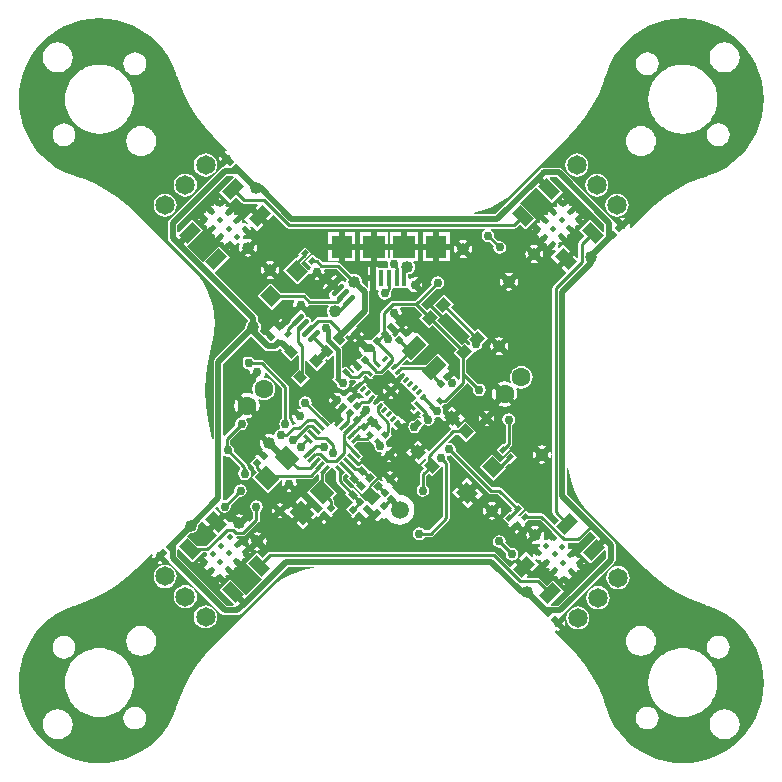
<source format=gtl>
G04 Layer_Physical_Order=1*
G04 Layer_Color=255*
%FSAX24Y24*%
%MOIN*%
G70*
G01*
G75*
G04:AMPARAMS|DCode=10|XSize=21.7mil|YSize=17.7mil|CornerRadius=0mil|HoleSize=0mil|Usage=FLASHONLY|Rotation=45.000|XOffset=0mil|YOffset=0mil|HoleType=Round|Shape=Rectangle|*
%AMROTATEDRECTD10*
4,1,4,-0.0014,-0.0139,-0.0139,-0.0014,0.0014,0.0139,0.0139,0.0014,-0.0014,-0.0139,0.0*
%
%ADD10ROTATEDRECTD10*%

%ADD11P,0.0290X4X270.0*%
%ADD12P,0.0290X4X360.0*%
G04:AMPARAMS|DCode=13|XSize=63mil|YSize=55mil|CornerRadius=0mil|HoleSize=0mil|Usage=FLASHONLY|Rotation=135.000|XOffset=0mil|YOffset=0mil|HoleType=Round|Shape=Rectangle|*
%AMROTATEDRECTD13*
4,1,4,0.0417,-0.0028,0.0028,-0.0417,-0.0417,0.0028,-0.0028,0.0417,0.0417,-0.0028,0.0*
%
%ADD13ROTATEDRECTD13*%

G04:AMPARAMS|DCode=14|XSize=25.6mil|YSize=21.7mil|CornerRadius=0mil|HoleSize=0mil|Usage=FLASHONLY|Rotation=45.000|XOffset=0mil|YOffset=0mil|HoleType=Round|Shape=Rectangle|*
%AMROTATEDRECTD14*
4,1,4,-0.0014,-0.0167,-0.0167,-0.0014,0.0014,0.0167,0.0167,0.0014,-0.0014,-0.0167,0.0*
%
%ADD14ROTATEDRECTD14*%

G04:AMPARAMS|DCode=15|XSize=25.6mil|YSize=21.7mil|CornerRadius=0mil|HoleSize=0mil|Usage=FLASHONLY|Rotation=315.000|XOffset=0mil|YOffset=0mil|HoleType=Round|Shape=Rectangle|*
%AMROTATEDRECTD15*
4,1,4,-0.0167,0.0014,-0.0014,0.0167,0.0167,-0.0014,0.0014,-0.0167,-0.0167,0.0014,0.0*
%
%ADD15ROTATEDRECTD15*%

G04:AMPARAMS|DCode=16|XSize=32mil|YSize=36mil|CornerRadius=0mil|HoleSize=0mil|Usage=FLASHONLY|Rotation=45.000|XOffset=0mil|YOffset=0mil|HoleType=Round|Shape=Rectangle|*
%AMROTATEDRECTD16*
4,1,4,0.0014,-0.0240,-0.0240,0.0014,-0.0014,0.0240,0.0240,-0.0014,0.0014,-0.0240,0.0*
%
%ADD16ROTATEDRECTD16*%

G04:AMPARAMS|DCode=17|XSize=17.7mil|YSize=51.2mil|CornerRadius=0mil|HoleSize=0mil|Usage=FLASHONLY|Rotation=315.000|XOffset=0mil|YOffset=0mil|HoleType=Round|Shape=Round|*
%AMOVALD17*
21,1,0.0335,0.0177,0.0000,0.0000,45.0*
1,1,0.0177,-0.0118,-0.0118*
1,1,0.0177,0.0118,0.0118*
%
%ADD17OVALD17*%

G04:AMPARAMS|DCode=18|XSize=35.4mil|YSize=27.6mil|CornerRadius=0mil|HoleSize=0mil|Usage=FLASHONLY|Rotation=135.000|XOffset=0mil|YOffset=0mil|HoleType=Round|Shape=Rectangle|*
%AMROTATEDRECTD18*
4,1,4,0.0223,-0.0028,0.0028,-0.0223,-0.0223,0.0028,-0.0028,0.0223,0.0223,-0.0028,0.0*
%
%ADD18ROTATEDRECTD18*%

G04:AMPARAMS|DCode=19|XSize=21.7mil|YSize=17.7mil|CornerRadius=0mil|HoleSize=0mil|Usage=FLASHONLY|Rotation=315.000|XOffset=0mil|YOffset=0mil|HoleType=Round|Shape=Rectangle|*
%AMROTATEDRECTD19*
4,1,4,-0.0139,0.0014,-0.0014,0.0139,0.0139,-0.0014,0.0014,-0.0139,-0.0139,0.0014,0.0*
%
%ADD19ROTATEDRECTD19*%

G04:AMPARAMS|DCode=20|XSize=43.3mil|YSize=74.8mil|CornerRadius=0mil|HoleSize=0mil|Usage=FLASHONLY|Rotation=315.000|XOffset=0mil|YOffset=0mil|HoleType=Round|Shape=Rectangle|*
%AMROTATEDRECTD20*
4,1,4,-0.0418,-0.0111,0.0111,0.0418,0.0418,0.0111,-0.0111,-0.0418,-0.0418,-0.0111,0.0*
%
%ADD20ROTATEDRECTD20*%

G04:AMPARAMS|DCode=21|XSize=35.4mil|YSize=39.4mil|CornerRadius=0mil|HoleSize=0mil|Usage=FLASHONLY|Rotation=225.000|XOffset=0mil|YOffset=0mil|HoleType=Round|Shape=Rectangle|*
%AMROTATEDRECTD21*
4,1,4,-0.0014,0.0264,0.0264,-0.0014,0.0014,-0.0264,-0.0264,0.0014,-0.0014,0.0264,0.0*
%
%ADD21ROTATEDRECTD21*%

G04:AMPARAMS|DCode=22|XSize=35.4mil|YSize=39.4mil|CornerRadius=0mil|HoleSize=0mil|Usage=FLASHONLY|Rotation=315.000|XOffset=0mil|YOffset=0mil|HoleType=Round|Shape=Rectangle|*
%AMROTATEDRECTD22*
4,1,4,-0.0264,-0.0014,0.0014,0.0264,0.0264,0.0014,-0.0014,-0.0264,-0.0264,-0.0014,0.0*
%
%ADD22ROTATEDRECTD22*%

G04:AMPARAMS|DCode=23|XSize=48mil|YSize=56mil|CornerRadius=0mil|HoleSize=0mil|Usage=FLASHONLY|Rotation=225.000|XOffset=0mil|YOffset=0mil|HoleType=Round|Shape=Rectangle|*
%AMROTATEDRECTD23*
4,1,4,-0.0028,0.0368,0.0368,-0.0028,0.0028,-0.0368,-0.0368,0.0028,-0.0028,0.0368,0.0*
%
%ADD23ROTATEDRECTD23*%

G04:AMPARAMS|DCode=24|XSize=11.8mil|YSize=20.7mil|CornerRadius=0mil|HoleSize=0mil|Usage=FLASHONLY|Rotation=135.000|XOffset=0mil|YOffset=0mil|HoleType=Round|Shape=Rectangle|*
%AMROTATEDRECTD24*
4,1,4,0.0115,0.0031,-0.0031,-0.0115,-0.0115,-0.0031,0.0031,0.0115,0.0115,0.0031,0.0*
%
%ADD24ROTATEDRECTD24*%

G04:AMPARAMS|DCode=25|XSize=11.8mil|YSize=16.7mil|CornerRadius=0mil|HoleSize=0mil|Usage=FLASHONLY|Rotation=225.000|XOffset=0mil|YOffset=0mil|HoleType=Round|Shape=Rectangle|*
%AMROTATEDRECTD25*
4,1,4,-0.0017,0.0101,0.0101,-0.0017,0.0017,-0.0101,-0.0101,0.0017,-0.0017,0.0101,0.0*
%
%ADD25ROTATEDRECTD25*%

G04:AMPARAMS|DCode=26|XSize=9.8mil|YSize=33.1mil|CornerRadius=0mil|HoleSize=0mil|Usage=FLASHONLY|Rotation=45.000|XOffset=0mil|YOffset=0mil|HoleType=Round|Shape=Rectangle|*
%AMROTATEDRECTD26*
4,1,4,0.0082,-0.0152,-0.0152,0.0082,-0.0082,0.0152,0.0152,-0.0082,0.0082,-0.0152,0.0*
%
%ADD26ROTATEDRECTD26*%

G04:AMPARAMS|DCode=27|XSize=9.8mil|YSize=33.1mil|CornerRadius=0mil|HoleSize=0mil|Usage=FLASHONLY|Rotation=315.000|XOffset=0mil|YOffset=0mil|HoleType=Round|Shape=Rectangle|*
%AMROTATEDRECTD27*
4,1,4,-0.0152,-0.0082,0.0082,0.0152,0.0152,0.0082,-0.0082,-0.0152,-0.0152,-0.0082,0.0*
%
%ADD27ROTATEDRECTD27*%

%ADD28R,0.0750X0.0750*%
%ADD29R,0.0710X0.0750*%
%ADD30R,0.0140X0.0560*%
G04:AMPARAMS|DCode=31|XSize=65mil|YSize=40mil|CornerRadius=0mil|HoleSize=0mil|Usage=FLASHONLY|Rotation=135.000|XOffset=0mil|YOffset=0mil|HoleType=Round|Shape=Rectangle|*
%AMROTATEDRECTD31*
4,1,4,0.0371,-0.0088,0.0088,-0.0371,-0.0371,0.0088,-0.0088,0.0371,0.0371,-0.0088,0.0*
%
%ADD31ROTATEDRECTD31*%

G04:AMPARAMS|DCode=32|XSize=65mil|YSize=40mil|CornerRadius=0mil|HoleSize=0mil|Usage=FLASHONLY|Rotation=225.000|XOffset=0mil|YOffset=0mil|HoleType=Round|Shape=Rectangle|*
%AMROTATEDRECTD32*
4,1,4,0.0088,0.0371,0.0371,0.0088,-0.0088,-0.0371,-0.0371,-0.0088,0.0088,0.0371,0.0*
%
%ADD32ROTATEDRECTD32*%

%ADD33C,0.0100*%
%ADD34C,0.0200*%
%ADD35C,0.0150*%
%ADD36C,0.0630*%
%ADD37C,0.0591*%
%ADD38C,0.0650*%
%ADD39C,0.0400*%
%ADD40C,0.0300*%
%ADD41C,0.0197*%
G36*
X056201Y026164D02*
X056280Y025888D01*
X056390Y025622D01*
X056529Y025370D01*
X056696Y025136D01*
X056888Y024921D01*
X056890Y024923D01*
X058681Y023132D01*
X058713Y023095D01*
X058713Y023095D01*
X058749Y023062D01*
X059039Y022796D01*
X059390Y022527D01*
X059762Y022290D01*
X060154Y022085D01*
X060563Y021916D01*
X060734Y021862D01*
X060778Y021844D01*
X060778Y021844D01*
X060778Y021844D01*
X060862Y021820D01*
X061141Y021704D01*
X061406Y021558D01*
X061652Y021383D01*
X061877Y021182D01*
X062079Y020957D01*
X062253Y020710D01*
X062400Y020446D01*
X062515Y020167D01*
X062599Y019877D01*
X062649Y019579D01*
X062666Y019277D01*
X062649Y018976D01*
X062599Y018678D01*
X062515Y018388D01*
X062400Y018109D01*
X062253Y017844D01*
X062079Y017598D01*
X061877Y017373D01*
X061652Y017171D01*
X061406Y016997D01*
X061141Y016850D01*
X060862Y016735D01*
X060572Y016651D01*
X060274Y016601D01*
X059973Y016584D01*
X059671Y016601D01*
X059373Y016651D01*
X059083Y016735D01*
X058804Y016850D01*
X058540Y016997D01*
X058293Y017171D01*
X058068Y017373D01*
X057867Y017598D01*
X057692Y017844D01*
X057546Y018109D01*
X057430Y018388D01*
X057406Y018472D01*
X057406Y018472D01*
X057406Y018472D01*
X057387Y018517D01*
X057334Y018687D01*
X057165Y019096D01*
X056960Y019488D01*
X056723Y019860D01*
X056454Y020211D01*
X056155Y020537D01*
X056153Y020534D01*
X055720Y020967D01*
X055744Y021014D01*
X055801Y021002D01*
X055895Y021021D01*
X055730Y021186D01*
X055801Y021257D01*
X055730Y021328D01*
X055930Y021528D01*
X055931Y021531D01*
X055934Y021532D01*
X055986Y021567D01*
X057683Y023264D01*
X057718Y023316D01*
X057731Y023379D01*
Y023873D01*
X057718Y023936D01*
X057683Y023988D01*
X057506Y024165D01*
X056104Y025567D01*
Y026432D01*
X056154Y026436D01*
X056201Y026164D01*
D02*
G37*
G36*
X040829Y041399D02*
X041127Y041349D01*
X041417Y041265D01*
X041696Y041150D01*
X041960Y041003D01*
X042207Y040829D01*
X042432Y040627D01*
X042633Y040402D01*
X042808Y040156D01*
X042954Y039891D01*
X043070Y039612D01*
X043094Y039528D01*
X043094Y039528D01*
X043094Y039528D01*
X043113Y039483D01*
X043166Y039313D01*
X043335Y038904D01*
X043540Y038512D01*
X043777Y038140D01*
X044046Y037789D01*
X044311Y037500D01*
X044345Y037463D01*
X044347Y037466D01*
X044768Y037045D01*
X044749Y036993D01*
X044675Y036979D01*
X044841Y036814D01*
X044770Y036743D01*
X044841Y036672D01*
X044640Y036472D01*
X044640Y036469D01*
X044637Y036468D01*
X044585Y036433D01*
X042852Y034701D01*
X042817Y034648D01*
X042805Y034586D01*
Y034101D01*
X042817Y034039D01*
X042852Y033986D01*
X045472Y031366D01*
X045469Y031306D01*
X045469Y031306D01*
X045428Y031252D01*
X045401Y031189D01*
X045393Y031121D01*
X045396Y031093D01*
X044382Y030078D01*
X044346Y030026D01*
X044334Y029964D01*
Y027410D01*
X044284Y027391D01*
X044277Y027399D01*
X044277Y027399D01*
X044277D01*
X044233Y027555D01*
X044138Y028032D01*
X044081Y028514D01*
X044062Y029000D01*
X044081Y029486D01*
X044138Y029968D01*
X044233Y030445D01*
X044277Y030601D01*
X044277D01*
X044287Y030650D01*
X044299Y030694D01*
X044348Y030977D01*
X044364Y031265D01*
X044348Y031552D01*
X044299Y031836D01*
X044220Y032112D01*
X044110Y032378D01*
X043970Y032630D01*
X043804Y032864D01*
X043612Y033079D01*
X043610Y033077D01*
X041784Y034903D01*
X041787Y034905D01*
X041461Y035204D01*
X041110Y035473D01*
X040738Y035710D01*
X040346Y035915D01*
X039937Y036084D01*
X039766Y036138D01*
X039722Y036156D01*
X039722Y036156D01*
X039722Y036156D01*
X039638Y036180D01*
X039359Y036296D01*
X039094Y036442D01*
X038848Y036617D01*
X038623Y036818D01*
X038421Y037043D01*
X038247Y037290D01*
X038100Y037554D01*
X037985Y037833D01*
X037901Y038123D01*
X037851Y038421D01*
X037834Y038723D01*
X037851Y039024D01*
X037901Y039322D01*
X037985Y039612D01*
X038100Y039891D01*
X038247Y040156D01*
X038421Y040402D01*
X038623Y040627D01*
X038848Y040829D01*
X039094Y041003D01*
X039359Y041150D01*
X039638Y041265D01*
X039928Y041349D01*
X040226Y041399D01*
X040527Y041416D01*
X040829Y041399D01*
D02*
G37*
G36*
X060274D02*
X060572Y041349D01*
X060862Y041265D01*
X061141Y041150D01*
X061406Y041003D01*
X061652Y040829D01*
X061877Y040627D01*
X062079Y040402D01*
X062253Y040156D01*
X062400Y039891D01*
X062515Y039612D01*
X062599Y039322D01*
X062649Y039024D01*
X062666Y038723D01*
X062649Y038421D01*
X062599Y038123D01*
X062515Y037833D01*
X062400Y037554D01*
X062253Y037290D01*
X062079Y037043D01*
X061877Y036818D01*
X061652Y036617D01*
X061406Y036442D01*
X061141Y036296D01*
X060862Y036180D01*
X060778Y036156D01*
X060778Y036156D01*
X060778Y036156D01*
X060733Y036137D01*
X060563Y036084D01*
X060154Y035915D01*
X059762Y035710D01*
X059390Y035473D01*
X059039Y035204D01*
X058750Y034939D01*
X058713Y034905D01*
X058716Y034903D01*
X058247Y034434D01*
X058201Y034459D01*
X058212Y034515D01*
X058194Y034610D01*
X058028Y034445D01*
X057957Y034515D01*
X057887Y034445D01*
X057703Y034629D01*
X057679Y034631D01*
X057673Y034658D01*
X057638Y034711D01*
X055951Y036398D01*
X055898Y036433D01*
X055836Y036445D01*
X055341D01*
X055279Y036433D01*
X055226Y036398D01*
X053718Y034890D01*
X053026D01*
X053022Y034940D01*
X053086Y034951D01*
X053362Y035030D01*
X053628Y035140D01*
X053880Y035280D01*
X054114Y035446D01*
X054329Y035638D01*
X054327Y035640D01*
X056118Y037431D01*
X056155Y037463D01*
X056155Y037463D01*
X056188Y037499D01*
X056454Y037789D01*
X056723Y038140D01*
X056960Y038512D01*
X057165Y038904D01*
X057334Y039313D01*
X057388Y039484D01*
X057406Y039528D01*
X057406Y039528D01*
X057406Y039528D01*
X057430Y039612D01*
X057546Y039891D01*
X057692Y040156D01*
X057867Y040402D01*
X058068Y040627D01*
X058293Y040829D01*
X058540Y041003D01*
X058804Y041150D01*
X059083Y041265D01*
X059373Y041349D01*
X059671Y041399D01*
X059973Y041416D01*
X060274Y041399D01*
D02*
G37*
G36*
X051045Y031780D02*
X051300Y031525D01*
X051195Y031420D01*
X051529Y031086D01*
X051634Y031191D01*
X052441Y030384D01*
X052336Y030279D01*
X052537Y030077D01*
Y029571D01*
Y029380D01*
X052487Y029365D01*
X052447Y029426D01*
X052446Y029427D01*
X052446Y029427D01*
X052446Y029428D01*
X052415Y029465D01*
X052415Y029465D01*
X052343Y029537D01*
X052200Y029394D01*
X052058Y029536D01*
X052201Y029679D01*
X052129Y029751D01*
X052135Y029799D01*
X052195Y029859D01*
X051805Y030249D01*
X051415Y029859D01*
X050641D01*
X050620Y029909D01*
X050770Y030059D01*
X050887Y029943D01*
X051499Y030555D01*
X051109Y030945D01*
X051084Y030920D01*
X051036Y030914D01*
X050964Y030987D01*
X050821Y030844D01*
X050750Y030914D01*
X050680Y030844D01*
X050536Y030987D01*
X050464Y030914D01*
X050493Y030886D01*
X050392Y030784D01*
X050344Y030799D01*
X050341Y030814D01*
X050296Y030881D01*
X050328Y030913D01*
X050185Y031056D01*
X050326Y031197D01*
X050469Y031054D01*
X050541Y031127D01*
X050387Y031281D01*
X050403Y031335D01*
X050451Y031345D01*
X050285Y031510D01*
X050427Y031652D01*
X050592Y031486D01*
X050611Y031581D01*
X050592Y031678D01*
X050557Y031730D01*
X050584Y031780D01*
X051045D01*
D02*
G37*
G36*
X042299Y023541D02*
X042288Y023485D01*
X042306Y023390D01*
X042472Y023555D01*
X042543Y023485D01*
X042613Y023555D01*
X042813Y023355D01*
X042816Y023354D01*
X042817Y023352D01*
X042852Y023299D01*
X044585Y021567D01*
X044637Y021532D01*
X044699Y021519D01*
X045123D01*
X045186Y021532D01*
X045238Y021567D01*
X046817Y023146D01*
X047682D01*
X047686Y023096D01*
X047414Y023049D01*
X047138Y022970D01*
X046872Y022860D01*
X046620Y022720D01*
X046386Y022554D01*
X046171Y022362D01*
X046173Y022360D01*
X044382Y020569D01*
X044345Y020537D01*
X044345Y020537D01*
X044312Y020501D01*
X044046Y020211D01*
X043777Y019860D01*
X043540Y019488D01*
X043335Y019096D01*
X043166Y018687D01*
X043112Y018516D01*
X043094Y018472D01*
X043094Y018472D01*
X043094Y018472D01*
X043070Y018388D01*
X042954Y018109D01*
X042808Y017844D01*
X042633Y017598D01*
X042432Y017373D01*
X042207Y017171D01*
X041960Y016997D01*
X041696Y016850D01*
X041417Y016735D01*
X041127Y016651D01*
X040829Y016601D01*
X040527Y016584D01*
X040226Y016601D01*
X039928Y016651D01*
X039638Y016735D01*
X039359Y016850D01*
X039094Y016997D01*
X038848Y017171D01*
X038623Y017373D01*
X038421Y017598D01*
X038247Y017844D01*
X038100Y018109D01*
X037985Y018388D01*
X037901Y018678D01*
X037851Y018976D01*
X037834Y019277D01*
X037851Y019579D01*
X037901Y019877D01*
X037985Y020167D01*
X038100Y020446D01*
X038247Y020710D01*
X038421Y020957D01*
X038623Y021182D01*
X038848Y021383D01*
X039094Y021558D01*
X039359Y021704D01*
X039638Y021820D01*
X039722Y021844D01*
X039722Y021844D01*
X039722Y021844D01*
X039767Y021863D01*
X039937Y021916D01*
X040346Y022085D01*
X040738Y022290D01*
X041110Y022527D01*
X041461Y022796D01*
X041750Y023061D01*
X041787Y023095D01*
X041784Y023097D01*
X042253Y023566D01*
X042299Y023541D01*
D02*
G37*
G36*
X045001Y036110D02*
X044520Y035629D01*
X044887Y035263D01*
X045080Y035456D01*
X045256Y035279D01*
X045256Y035279D01*
X045292Y035255D01*
X045335Y035246D01*
X045796D01*
X045815Y035200D01*
X045724Y035109D01*
X045937Y034897D01*
X046149Y034685D01*
X046332Y034869D01*
X046761Y034440D01*
X046761Y034440D01*
X046797Y034416D01*
X046840Y034407D01*
X053367D01*
X053382Y034357D01*
X053328Y034321D01*
X053282Y034252D01*
X053265Y034170D01*
X053282Y034089D01*
X053328Y034019D01*
X053397Y033973D01*
X053479Y033957D01*
X053527Y033967D01*
X053668Y033827D01*
X053658Y033780D01*
X053675Y033698D01*
X053721Y033629D01*
X053790Y033583D01*
X053871Y033567D01*
X053953Y033583D01*
X054022Y033629D01*
X054068Y033698D01*
X054085Y033780D01*
X054068Y033862D01*
X054022Y033931D01*
X053953Y033977D01*
X053871Y033993D01*
X053825Y033984D01*
X053683Y034126D01*
X053692Y034170D01*
X053676Y034252D01*
X053629Y034321D01*
X053575Y034357D01*
X053590Y034407D01*
X054334D01*
X054334D01*
X054376Y034416D01*
X054412Y034440D01*
X054533Y034561D01*
X054726Y034368D01*
X055093Y034734D01*
X054557Y035270D01*
X055082Y035794D01*
X055617Y035259D01*
X055984Y035625D01*
X055534Y036075D01*
X055553Y036121D01*
X055769D01*
X057361Y034529D01*
Y034313D01*
X057315Y034294D01*
X056879Y034730D01*
X056513Y034363D01*
X056706Y034170D01*
X056523Y033988D01*
X056499Y033952D01*
X056491Y033910D01*
X056491Y033910D01*
Y033459D01*
X056445Y033440D01*
X056359Y033526D01*
X056147Y033313D01*
X055935Y033101D01*
X056093Y032944D01*
X055655Y032505D01*
X055655Y032505D01*
X055630Y032469D01*
X055622Y032427D01*
Y026890D01*
X055572Y026887D01*
X055563Y026957D01*
X055541Y027008D01*
X055412Y026879D01*
X055541Y026749D01*
X055563Y026800D01*
X055572Y026870D01*
X055622Y026867D01*
Y024952D01*
X055630Y024909D01*
X055655Y024873D01*
X055655Y024873D01*
X055846Y024681D01*
X055697Y024532D01*
X055341Y024887D01*
X055305Y024912D01*
X055262Y024920D01*
X055262D01*
X054849D01*
X054738Y025032D01*
X054534Y024828D01*
X054494Y024835D01*
X054485Y024862D01*
X054696Y025073D01*
X054487Y025282D01*
X054448Y025242D01*
X053940Y025750D01*
X053940Y025750D01*
X053904Y025774D01*
X053861Y025783D01*
X053861Y025783D01*
X053625Y025783D01*
X052398Y027009D01*
X052408Y027055D01*
X052391Y027137D01*
X052345Y027206D01*
X052276Y027252D01*
X052195Y027269D01*
X052168Y027263D01*
X052143Y027309D01*
X052373Y027540D01*
X052518D01*
X052754Y027303D01*
X053088Y027637D01*
X052727Y027999D01*
X052492Y027765D01*
X052452Y027769D01*
X052434Y027815D01*
X052434Y027816D01*
X052295Y027955D01*
X052170Y027830D01*
X052251Y027749D01*
X052249Y027730D01*
X052249Y027730D01*
X051510Y026991D01*
X051420Y027080D01*
X051224Y026884D01*
X051028Y026688D01*
X051168Y026549D01*
X051359Y026740D01*
X051405Y026722D01*
X051409Y026682D01*
X051251Y026523D01*
X051353Y026421D01*
X051232Y026300D01*
X051208Y026264D01*
X051199Y026221D01*
Y026221D01*
Y025854D01*
X051160Y025827D01*
X051114Y025758D01*
X051098Y025677D01*
X051114Y025595D01*
X051160Y025526D01*
X051229Y025480D01*
X051311Y025463D01*
X051392Y025480D01*
X051461Y025526D01*
X051508Y025595D01*
X051524Y025677D01*
X051508Y025758D01*
X051461Y025827D01*
X051422Y025854D01*
Y026175D01*
X051511Y026264D01*
X051613Y026162D01*
X051927Y026476D01*
X051977Y026455D01*
Y024803D01*
X051525Y024351D01*
X051369D01*
X051342Y024391D01*
X051273Y024437D01*
X051192Y024453D01*
X051110Y024437D01*
X051041Y024391D01*
X050995Y024322D01*
X050978Y024240D01*
X050995Y024158D01*
X051041Y024089D01*
X051110Y024043D01*
X051192Y024027D01*
X051273Y024043D01*
X051342Y024089D01*
X051369Y024129D01*
X051571Y024129D01*
X051571Y024129D01*
X051614Y024137D01*
X051650Y024161D01*
X052167Y024679D01*
X052167Y024679D01*
X052191Y024715D01*
X052200Y024757D01*
Y026589D01*
X052191Y026632D01*
X052167Y026668D01*
X052115Y026721D01*
X052125Y026773D01*
X052118Y026807D01*
X052161Y026849D01*
X052195Y026842D01*
X052241Y026852D01*
X053500Y025593D01*
X053500Y025593D01*
X053536Y025569D01*
X053579Y025560D01*
X053815D01*
X054290Y025085D01*
X054251Y025045D01*
X054276Y025020D01*
X054230Y024974D01*
X054205Y024999D01*
X053968Y024763D01*
X054174Y024557D01*
X054161Y024512D01*
X054163Y024509D01*
X054163Y024509D01*
X054223Y024449D01*
X054370Y024597D01*
X054441Y024526D01*
X054512Y024597D01*
X054645Y024463D01*
X054722Y024540D01*
X054721Y024541D01*
X054710Y024586D01*
X054728Y024604D01*
X054822Y024698D01*
X055216Y024698D01*
X055597Y024317D01*
X055592Y024300D01*
X055740Y024153D01*
X055598Y024011D01*
X055477Y024133D01*
X055467Y024082D01*
X055470Y024066D01*
X055435Y024031D01*
X055419Y024034D01*
X055368Y024024D01*
X055332Y024067D01*
X055351Y024113D01*
X055361Y024192D01*
X055351Y024270D01*
X055329Y024321D01*
X054929Y023921D01*
X054980Y023899D01*
X055058Y023889D01*
X055137Y023899D01*
X055183Y023918D01*
X055226Y023882D01*
X055216Y023831D01*
X055219Y023815D01*
X055184Y023780D01*
X055168Y023783D01*
X055117Y023773D01*
X055239Y023652D01*
X055097Y023510D01*
X054976Y023632D01*
X054966Y023581D01*
X054981Y023503D01*
X054992Y023487D01*
X054953Y023456D01*
X054758Y023651D01*
X054528Y023421D01*
X054740Y023209D01*
X054952Y022997D01*
X055182Y023226D01*
X055043Y023366D01*
X055075Y023405D01*
X055091Y023394D01*
X055168Y023379D01*
X055210Y023387D01*
X055252Y023344D01*
X055244Y023303D01*
X055254Y023252D01*
X055376Y023373D01*
X055517Y023232D01*
X055396Y023110D01*
X055446Y023100D01*
X055488Y023109D01*
X055531Y023066D01*
X055522Y023024D01*
X055533Y022973D01*
X055654Y023095D01*
X055795Y022953D01*
X055674Y022832D01*
X055725Y022822D01*
X055767Y022830D01*
X055809Y022788D01*
X055801Y022746D01*
X055811Y022695D01*
X055932Y022816D01*
X056003Y022746D01*
X056074Y022816D01*
X056195Y022695D01*
X056205Y022746D01*
X056202Y022762D01*
X056238Y022797D01*
X056254Y022794D01*
X056305Y022804D01*
X056183Y022926D01*
X056324Y023067D01*
X056446Y022945D01*
X056456Y022996D01*
X056453Y023012D01*
X056488Y023048D01*
X056504Y023045D01*
X056555Y023055D01*
X056434Y023176D01*
X056504Y023247D01*
X056434Y023318D01*
X056555Y023439D01*
X056504Y023449D01*
X056462Y023441D01*
X056420Y023483D01*
X056428Y023525D01*
X056418Y023576D01*
X056297Y023454D01*
X056155Y023596D01*
X056277Y023717D01*
X056226Y023728D01*
X056184Y023719D01*
X056141Y023762D01*
X056150Y023804D01*
X056134Y023881D01*
X056124Y023896D01*
X056148Y023940D01*
X056474D01*
X056516Y023949D01*
X056552Y023973D01*
X056552Y023973D01*
X056896Y024317D01*
X057080Y024133D01*
X056544Y023597D01*
X056911Y023231D01*
X057360Y023681D01*
X057406Y023661D01*
Y023446D01*
X055804Y021844D01*
X055589D01*
X055569Y021890D01*
X056015Y022336D01*
X055649Y022702D01*
X055456Y022509D01*
X055228Y022736D01*
X055192Y022760D01*
X055150Y022769D01*
X055150D01*
X054790D01*
X054771Y022815D01*
X054811Y022855D01*
X054599Y023067D01*
X054387Y023279D01*
X054229Y023122D01*
X053752Y023599D01*
X053716Y023623D01*
X053674Y023631D01*
X053674Y023631D01*
X046205Y023631D01*
X046162Y023623D01*
X046126Y023599D01*
X046126Y023599D01*
X045967Y023439D01*
X045808Y023597D01*
X045777Y023629D01*
X045778Y023643D01*
X045792Y023671D01*
X045795Y023677D01*
X045820Y023680D01*
X045874Y023687D01*
X045925Y023709D01*
X045795Y023838D01*
X045666Y023709D01*
X045717Y023687D01*
X045745Y023684D01*
X045770Y023657D01*
X045771Y023638D01*
X045750Y023609D01*
X045740Y023598D01*
X045407Y023266D01*
X045943Y022730D01*
X045418Y022206D01*
X044883Y022741D01*
X044516Y022375D01*
X045001Y021890D01*
X044982Y021844D01*
X044766D01*
X043129Y023481D01*
Y023697D01*
X043175Y023716D01*
X043621Y023270D01*
X043964Y023614D01*
X044078Y023614D01*
X044110Y023575D01*
X044107Y023561D01*
X044115Y023519D01*
X044073Y023476D01*
X044031Y023484D01*
X043980Y023474D01*
X044102Y023353D01*
X044031Y023282D01*
X044102Y023211D01*
X043980Y023090D01*
X044031Y023080D01*
X044047Y023083D01*
X044083Y023048D01*
X044079Y023032D01*
X044089Y022981D01*
X044211Y023102D01*
X044352Y022961D01*
X044231Y022839D01*
X044282Y022829D01*
X044298Y022833D01*
X044333Y022797D01*
X044330Y022781D01*
X044340Y022730D01*
X044461Y022852D01*
X044532Y022781D01*
X044603Y022852D01*
X044724Y022730D01*
X044734Y022781D01*
X044726Y022823D01*
X044769Y022865D01*
X044811Y022857D01*
X044861Y022867D01*
X044740Y022989D01*
X044881Y023130D01*
X045003Y023009D01*
X045013Y023059D01*
X045005Y023101D01*
X045047Y023144D01*
X045089Y023136D01*
X045140Y023146D01*
X045018Y023267D01*
X045160Y023409D01*
X045281Y023287D01*
X045291Y023338D01*
X045283Y023380D01*
X045325Y023422D01*
X045367Y023414D01*
X045418Y023424D01*
X045297Y023546D01*
X045367Y023616D01*
X045297Y023687D01*
X045418Y023808D01*
X045367Y023819D01*
X045351Y023815D01*
X045316Y023851D01*
X045319Y023867D01*
X045309Y023918D01*
X045188Y023796D01*
X045046Y023938D01*
X045168Y024059D01*
X045117Y024069D01*
X045094Y024116D01*
X045096Y024138D01*
X045113Y024151D01*
X045313Y024151D01*
X045313Y024151D01*
X045356Y024160D01*
X045392Y024184D01*
X045838Y024631D01*
X045838Y024631D01*
X045863Y024667D01*
X045871Y024709D01*
Y024969D01*
X045911Y024996D01*
X045957Y025065D01*
X045973Y025146D01*
X045957Y025228D01*
X045911Y025297D01*
X045841Y025343D01*
X045760Y025359D01*
X045678Y025343D01*
X045609Y025297D01*
X045563Y025228D01*
X045547Y025146D01*
X045563Y025065D01*
X045609Y024996D01*
X045649Y024969D01*
X045649Y024755D01*
X045534Y024641D01*
X045487Y024657D01*
X045486Y024659D01*
X045465Y024710D01*
X045265Y024510D01*
X045194Y024581D01*
X045123Y024510D01*
X044923Y024710D01*
X044902Y024659D01*
X044899Y024635D01*
X044846Y024618D01*
X044706Y024757D01*
X044494Y024545D01*
X044282Y024333D01*
X044430Y024185D01*
X044080Y023836D01*
X043788Y023836D01*
X043456Y024168D01*
X043540Y024252D01*
X043568Y024249D01*
X043635Y024257D01*
X043698Y024284D01*
X043753Y024325D01*
X043794Y024379D01*
X043820Y024442D01*
X043829Y024510D01*
X043825Y024538D01*
X043951Y024664D01*
X044141Y024474D01*
X044353Y024687D01*
X044565Y024899D01*
X044375Y025088D01*
X044440Y025153D01*
X044489Y025131D01*
X044502Y025065D01*
X044548Y024996D01*
X044618Y024949D01*
X044699Y024933D01*
X044781Y024949D01*
X044850Y024996D01*
X044896Y025065D01*
X044912Y025146D01*
X044903Y025193D01*
X045183Y025473D01*
X045230Y025463D01*
X045311Y025480D01*
X045380Y025526D01*
X045426Y025595D01*
X045443Y025677D01*
X045426Y025758D01*
X045380Y025827D01*
X045311Y025874D01*
X045230Y025890D01*
X045148Y025874D01*
X045079Y025827D01*
X045033Y025758D01*
X045016Y025677D01*
X045026Y025630D01*
X044746Y025350D01*
X044699Y025359D01*
X044689Y025357D01*
X044651Y025401D01*
X044658Y025438D01*
Y026814D01*
X044702Y026837D01*
X044724Y026823D01*
X044805Y026807D01*
X044852Y026816D01*
X045217Y026451D01*
X045220Y026393D01*
X045174Y026324D01*
X045158Y026242D01*
X045174Y026161D01*
X045220Y026092D01*
X045289Y026045D01*
X045371Y026029D01*
X045453Y026045D01*
X045522Y026092D01*
X045568Y026161D01*
X045584Y026242D01*
X045568Y026324D01*
X045522Y026393D01*
X045478Y026422D01*
X045474Y026442D01*
X045466Y026453D01*
Y026470D01*
X045466Y026470D01*
X045458Y026513D01*
X045434Y026549D01*
X045434Y026549D01*
X045009Y026973D01*
X045018Y027020D01*
X045002Y027102D01*
X044956Y027171D01*
X044887Y027217D01*
X044881Y027218D01*
X044881Y027363D01*
X045218Y027700D01*
X045265Y027691D01*
X045346Y027707D01*
X045416Y027753D01*
X045462Y027822D01*
X045478Y027904D01*
X045462Y027986D01*
X045423Y028043D01*
X045441Y028084D01*
X045447Y028091D01*
X045554Y028105D01*
X045655Y028147D01*
X045662Y028152D01*
X045446Y028368D01*
X045217Y028139D01*
X045210Y028106D01*
X045183Y028101D01*
X045114Y028055D01*
X045068Y027986D01*
X045052Y027904D01*
X045061Y027857D01*
X044708Y027505D01*
X044658Y027525D01*
Y029897D01*
X045583Y030821D01*
X046034Y030370D01*
X046087Y030335D01*
X046149Y030323D01*
X046371D01*
X046434Y030335D01*
X046470Y030360D01*
X046472Y030357D01*
X046483Y030368D01*
X046486Y030370D01*
X046537Y030421D01*
X046549D01*
X046615Y030355D01*
X046574Y030315D01*
X046912Y029977D01*
X047119Y030184D01*
X047166Y030165D01*
Y029727D01*
X046899Y029461D01*
X047238Y029123D01*
X047547Y029433D01*
X047388Y029592D01*
Y029981D01*
X047438Y029989D01*
X047771Y029656D01*
X048080Y029966D01*
X048031Y030016D01*
X048086Y030072D01*
X048138Y030019D01*
X048293Y030174D01*
X048339Y030154D01*
Y029447D01*
X048276Y029384D01*
X048454Y029205D01*
X048462Y029166D01*
X048508Y029097D01*
X048577Y029051D01*
X048659Y029034D01*
X048741Y029051D01*
X048810Y029097D01*
X048856Y029166D01*
X048872Y029247D01*
X048860Y029310D01*
X048891Y029349D01*
X048898Y029353D01*
X048906Y029352D01*
X049059D01*
X049078Y029306D01*
X048932Y029160D01*
X048974Y029118D01*
X049118Y029262D01*
X049244Y029136D01*
X049129Y029021D01*
X049145Y029006D01*
X049116Y028977D01*
X049157Y028935D01*
X049186Y028964D01*
X049349Y028801D01*
X049330Y028755D01*
X049268D01*
X049227Y028747D01*
X049226Y028747D01*
X049225Y028747D01*
X049189Y028723D01*
X049155Y028755D01*
X049115Y028795D01*
X048972Y028652D01*
X048830Y028793D01*
X048974Y028936D01*
X048901Y029009D01*
X048706Y028813D01*
X048656Y028818D01*
X048627Y028862D01*
X048544Y028917D01*
X048447Y028937D01*
X048352Y028918D01*
X048518Y028753D01*
X048447Y028682D01*
X048518Y028611D01*
X048352Y028446D01*
X048408Y028435D01*
X048440Y028403D01*
X048583Y028546D01*
X048724Y028404D01*
X048581Y028261D01*
X048599Y028243D01*
X048492Y028136D01*
X048597Y028030D01*
X048456Y027889D01*
X048350Y027994D01*
X048253Y027897D01*
X048118Y028033D01*
X048109Y028045D01*
X047590Y028564D01*
X047599Y028611D01*
X047583Y028693D01*
X047537Y028762D01*
X047468Y028808D01*
X047386Y028824D01*
X047305Y028808D01*
X047235Y028762D01*
X047189Y028693D01*
X047173Y028611D01*
X047189Y028530D01*
X047235Y028460D01*
X047253Y028449D01*
X047233Y028402D01*
X047209Y028406D01*
X047115Y028388D01*
X047280Y028222D01*
X047139Y028081D01*
X046973Y028246D01*
X046955Y028151D01*
X046974Y028054D01*
X047029Y027971D01*
X047092Y027930D01*
X047076Y027880D01*
X047013D01*
X046989Y027875D01*
X046955Y027890D01*
X046939Y027910D01*
X046926Y027977D01*
X046880Y028047D01*
X046840Y028073D01*
Y029127D01*
X046832Y029169D01*
X046808Y029206D01*
X046808Y029206D01*
X046015Y029998D01*
X045979Y030022D01*
X045937Y030030D01*
X045690D01*
X045663Y030070D01*
X045594Y030116D01*
X045512Y030132D01*
X045462Y030122D01*
X045451Y030130D01*
X045408Y030138D01*
X045366Y030130D01*
X045329Y030106D01*
X045305Y030070D01*
X045297Y030027D01*
X045297Y030024D01*
X045305Y029981D01*
X045310Y029974D01*
X045299Y029919D01*
X045315Y029838D01*
X045362Y029769D01*
X045431Y029722D01*
X045512Y029706D01*
X045547Y029671D01*
X045540Y029636D01*
X045559Y029542D01*
X045725Y029707D01*
X045866Y029566D01*
X045701Y029400D01*
X045733Y029394D01*
X045746Y029340D01*
X045736Y029333D01*
X045676Y029255D01*
X045638Y029164D01*
X045626Y029066D01*
X045638Y028969D01*
X045656Y028926D01*
X045618Y028888D01*
X045554Y028914D01*
X045446Y028928D01*
X045338Y028914D01*
X045237Y028872D01*
X045230Y028867D01*
X045517Y028580D01*
X045804Y028294D01*
X045809Y028300D01*
X045850Y028401D01*
X045865Y028509D01*
X045850Y028618D01*
X045824Y028681D01*
X045862Y028720D01*
X045905Y028702D01*
X046003Y028689D01*
X046101Y028702D01*
X046192Y028740D01*
X046270Y028799D01*
X046330Y028878D01*
X046367Y028969D01*
X046380Y029066D01*
X046367Y029164D01*
X046330Y029255D01*
X046270Y029333D01*
X046192Y029393D01*
X046101Y029431D01*
X046025Y029441D01*
X046000Y029487D01*
X046000Y029492D01*
X046031Y029539D01*
X046040Y029588D01*
X046095Y029604D01*
X046618Y029081D01*
Y028073D01*
X046578Y028047D01*
X046532Y027977D01*
X046516Y027896D01*
X046532Y027814D01*
X046558Y027776D01*
X046535Y027721D01*
X046491Y027712D01*
X046422Y027666D01*
X046376Y027597D01*
X046370Y027566D01*
X046363Y027559D01*
X046314Y027539D01*
X046262Y027560D01*
X046184Y027570D01*
X046106Y027560D01*
X046055Y027539D01*
X046255Y027338D01*
X046113Y027197D01*
X045913Y027397D01*
X045892Y027346D01*
X045882Y027268D01*
X045892Y027189D01*
X045922Y027116D01*
X045969Y027056D01*
X045940Y027027D01*
X046083Y026884D01*
X045942Y026743D01*
X045799Y026886D01*
X045726Y026813D01*
X045755Y026784D01*
X045562Y026591D01*
X045679Y026473D01*
Y026424D01*
X045687Y026382D01*
X045711Y026346D01*
X045711Y026346D01*
X045777Y026280D01*
X045620Y026122D01*
X046149Y025593D01*
X046597Y026041D01*
X046636Y026010D01*
X046620Y025986D01*
X046601Y025889D01*
X046620Y025794D01*
X046785Y025959D01*
X046856Y025889D01*
X046927Y025959D01*
X047092Y025794D01*
X047111Y025889D01*
X047091Y025986D01*
X047071Y026016D01*
X047095Y026060D01*
X047574D01*
X047574Y026060D01*
X047616Y026069D01*
X047653Y026093D01*
X047653Y026093D01*
X047784Y026224D01*
X047834Y026203D01*
Y026031D01*
X047444Y025641D01*
X047973Y025112D01*
X047946Y025073D01*
X047809Y024936D01*
X047609Y025136D01*
X047414Y024941D01*
X047637Y024718D01*
X047754Y024835D01*
X047804Y024786D01*
X047947Y024929D01*
X048017Y024858D01*
X048088Y024929D01*
X048231Y024786D01*
X048304Y024858D01*
X048275Y024887D01*
X048468Y025081D01*
X048351Y025198D01*
X048351Y025318D01*
X048351Y025318D01*
X048343Y025360D01*
X048319Y025396D01*
X048301Y025440D01*
X048446Y025585D01*
X048056Y025974D01*
Y026218D01*
X048109Y026271D01*
X048118Y026284D01*
X048254Y026420D01*
X048282Y026428D01*
X048311Y026420D01*
X048422Y026308D01*
Y025983D01*
X048431Y025941D01*
X048455Y025905D01*
X048455Y025905D01*
X048769Y025591D01*
X048729Y025551D01*
X048961Y025319D01*
X048972Y025274D01*
X048956Y025257D01*
X048744Y025045D01*
X048937Y024852D01*
X048908Y024823D01*
X048981Y024750D01*
X049124Y024893D01*
X049195Y024823D01*
X049265Y024893D01*
X049408Y024750D01*
X049543Y024885D01*
X049571Y024856D01*
X049714Y025000D01*
X049856Y024858D01*
X049713Y024715D01*
X049785Y024643D01*
X049939Y024797D01*
X050008Y024728D01*
X050059Y024779D01*
X050120Y024770D01*
X050182Y024689D01*
X050285Y024610D01*
X050404Y024561D01*
X050533Y024544D01*
X050661Y024561D01*
X050781Y024610D01*
X050884Y024689D01*
X050963Y024792D01*
X051012Y024912D01*
X051029Y025040D01*
X051012Y025169D01*
X050963Y025288D01*
X050884Y025391D01*
X050781Y025470D01*
X050661Y025520D01*
X050533Y025537D01*
X050531Y025536D01*
X050467Y025600D01*
X050466Y025601D01*
X050292Y025775D01*
X050308Y025829D01*
X050309Y025829D01*
X050144Y025995D01*
X049979Y026160D01*
X049960Y026066D01*
X049971Y026008D01*
X049925Y025983D01*
X049837Y026071D01*
X049573Y025806D01*
X049810Y025570D01*
X049828Y025588D01*
X049924Y025491D01*
X049616Y025183D01*
X049442Y025356D01*
X049413Y025327D01*
X049224Y025517D01*
X049230Y025523D01*
X048966Y025788D01*
X048926Y025748D01*
X048645Y026029D01*
Y026144D01*
X048753Y026252D01*
X048844Y026161D01*
X048764Y026082D01*
X049012Y025834D01*
X049007Y025830D01*
X049272Y025565D01*
X049508Y025802D01*
X049499Y025812D01*
X049531Y025848D01*
Y025848D01*
X049796Y026113D01*
X049559Y026349D01*
X049543Y026333D01*
X049279Y026597D01*
X049175Y026493D01*
X049122D01*
X049099Y026540D01*
X049244Y026686D01*
X049215Y026714D01*
X049326Y026825D01*
X049177Y026973D01*
X049169Y026985D01*
X049027Y027128D01*
X049001Y027167D01*
X049125Y027291D01*
X049430Y027291D01*
X049430Y027291D01*
X049473Y027300D01*
X049509Y027324D01*
X049557Y027324D01*
X049573Y027309D01*
X049608Y027273D01*
X049689Y027192D01*
X049683Y027162D01*
X049700Y027080D01*
X049746Y027011D01*
X049815Y026965D01*
X049896Y026948D01*
X049931Y026913D01*
X049924Y026879D01*
X049943Y026784D01*
X050274Y027115D01*
X050179Y027134D01*
X050144Y027127D01*
X050110Y027162D01*
X050093Y027243D01*
X050079Y027265D01*
X050071Y027312D01*
X050093Y027334D01*
X050280Y027520D01*
X050237Y027564D01*
X050247Y027579D01*
X050255Y027621D01*
Y027772D01*
X050301Y027791D01*
X050410Y027682D01*
X050483Y027755D01*
X050371Y027868D01*
X050512Y028009D01*
X050625Y027897D01*
X050668Y027940D01*
X050702Y027905D01*
X050744Y027947D01*
X050614Y028077D01*
X050484Y028207D01*
X050444Y028166D01*
X050222Y028388D01*
X049973Y028637D01*
X050002Y028666D01*
X049960Y028708D01*
X049931Y028679D01*
X049916Y028694D01*
X049801Y028579D01*
X049690Y028690D01*
X049805Y028805D01*
X049790Y028820D01*
X049819Y028849D01*
X049777Y028891D01*
X049748Y028862D01*
X049416Y029194D01*
X049457Y029234D01*
X049327Y029364D01*
X049453Y029491D01*
X049554Y029390D01*
X049569Y029405D01*
X049598Y029376D01*
X049640Y029418D01*
X049611Y029447D01*
X049703Y029539D01*
X049710Y029534D01*
X049753Y029525D01*
X049912D01*
X049955Y029534D01*
X049991Y029558D01*
X049991Y029558D01*
X050162Y029729D01*
X050388Y029502D01*
X050359Y029473D01*
X050401Y029432D01*
X050430Y029460D01*
X050445Y029445D01*
X050560Y029560D01*
X050671Y029449D01*
X050556Y029334D01*
X050571Y029319D01*
X050542Y029290D01*
X050584Y029248D01*
X050613Y029277D01*
X050862Y029028D01*
X051095Y028795D01*
X051085Y028749D01*
X050975Y028639D01*
X050946Y028668D01*
X050904Y028626D01*
X050933Y028597D01*
X050918Y028582D01*
X051019Y028481D01*
X050895Y028357D01*
X051025Y028227D01*
X051154Y028357D01*
X051252Y028259D01*
X051178Y028185D01*
X051249Y028113D01*
X051247Y028103D01*
X051191Y028088D01*
X051136Y028143D01*
X050999Y028005D01*
X050946Y027995D01*
X050877Y027949D01*
X050831Y027879D01*
X050815Y027798D01*
X050831Y027716D01*
X050877Y027647D01*
X050946Y027601D01*
X051028Y027585D01*
X051109Y027601D01*
X051179Y027647D01*
X051225Y027716D01*
X051235Y027769D01*
X051351Y027885D01*
X051406Y027848D01*
X051487Y027832D01*
X051569Y027848D01*
X051638Y027895D01*
X051684Y027964D01*
X051701Y028045D01*
X051694Y028079D01*
X051736Y028122D01*
X051770Y028115D01*
X051848Y028130D01*
X051875Y028117D01*
X051894Y028106D01*
X051898Y028102D01*
X052028Y027971D01*
X052154Y028096D01*
X052008Y028242D01*
X051970Y028262D01*
X051983Y028328D01*
X051967Y028410D01*
X051931Y028464D01*
X052021Y028554D01*
X052050D01*
X052092Y028563D01*
X052128Y028587D01*
X052727Y029186D01*
X052727Y029186D01*
X052751Y029222D01*
X052754Y029237D01*
X052809Y029254D01*
X052981Y029082D01*
X052971Y029035D01*
X052988Y028954D01*
X053034Y028885D01*
X053103Y028838D01*
X053184Y028822D01*
X053266Y028838D01*
X053335Y028885D01*
X053381Y028954D01*
X053398Y029035D01*
X053381Y029117D01*
X053335Y029186D01*
X053266Y029232D01*
X053184Y029249D01*
X053138Y029239D01*
X052760Y029617D01*
X052760Y030034D01*
X053032Y030306D01*
X053032D01*
X053032Y030306D01*
X053064Y030345D01*
X053078Y030342D01*
X053160Y030359D01*
X053229Y030405D01*
X053275Y030474D01*
X053292Y030556D01*
X053290Y030564D01*
X053477Y030752D01*
X053143Y031086D01*
X053041Y030984D01*
X052234Y031791D01*
X052336Y031893D01*
X052002Y032227D01*
X051640Y031865D01*
X051974Y031531D01*
X052076Y031634D01*
X052884Y030826D01*
X052781Y030724D01*
X052879Y030626D01*
X052865Y030556D01*
X052868Y030541D01*
X052822Y030516D01*
X052698Y030641D01*
X052599Y030541D01*
X051791Y031349D01*
X051891Y031448D01*
X051556Y031782D01*
X051457Y031683D01*
X051248Y031892D01*
X051759Y032402D01*
X051806Y032393D01*
X051887Y032409D01*
X051956Y032456D01*
X052003Y032525D01*
X052019Y032606D01*
X052003Y032688D01*
X051956Y032757D01*
X051887Y032803D01*
X051806Y032819D01*
X051724Y032803D01*
X051655Y032757D01*
X051609Y032688D01*
X051592Y032606D01*
X051602Y032560D01*
X051045Y032003D01*
X050300D01*
X050258Y031994D01*
X050222Y031970D01*
X050222Y031970D01*
X049923Y031671D01*
X049899Y031635D01*
X049890Y031593D01*
X049890Y031593D01*
X049890Y030990D01*
X049804Y030904D01*
X049804Y030904D01*
X049796Y030895D01*
X049796Y030895D01*
X049602Y030702D01*
X049573Y030730D01*
X049523Y030681D01*
X049432Y030699D01*
X049337Y030680D01*
X049502Y030515D01*
X049361Y030374D01*
X049195Y030539D01*
X049177Y030444D01*
X049196Y030347D01*
X049251Y030264D01*
X049294Y030236D01*
X049299Y030186D01*
X049178Y030065D01*
X049149Y030094D01*
X049076Y030022D01*
X049219Y029879D01*
X049078Y029737D01*
X048935Y029880D01*
X048863Y029808D01*
X049014Y029657D01*
X048998Y029602D01*
X048981Y029598D01*
X048972Y029606D01*
X048972D01*
X048735Y029843D01*
X048659Y029766D01*
X048612Y029786D01*
Y030355D01*
X048602Y030408D01*
X048572Y030452D01*
X048572Y030453D01*
X048807Y030687D01*
X048714Y030780D01*
X048802Y030869D01*
X048839Y030832D01*
X048983Y030975D01*
X049126Y031118D01*
X049088Y031155D01*
X049481Y031548D01*
X049516Y031600D01*
X049528Y031662D01*
Y032288D01*
X049520Y032328D01*
X049553Y032378D01*
X049559D01*
Y032658D01*
X049489D01*
Y032465D01*
X049439Y032444D01*
X049270Y032613D01*
X049274Y032642D01*
X049265Y032709D01*
X049239Y032772D01*
X049197Y032826D01*
X049143Y032868D01*
X049080Y032894D01*
X049013Y032903D01*
X048945Y032894D01*
X048925Y032886D01*
X048561Y033251D01*
X048561Y033251D01*
X048525Y033275D01*
X048482Y033283D01*
X048482Y033283D01*
X047975D01*
X047850Y033408D01*
X047814Y033432D01*
X047772Y033441D01*
X047743D01*
X047631Y033552D01*
X047395Y033316D01*
X047585Y033125D01*
X047540Y033057D01*
X047535Y033035D01*
X047487Y033021D01*
X047245Y033263D01*
X047347Y033364D01*
X047353Y033357D01*
X047590Y033594D01*
X047381Y033803D01*
X047144Y033566D01*
X047189Y033521D01*
X047088Y033420D01*
X047068Y033440D01*
X046645Y033017D01*
X047125Y032537D01*
X047487Y032900D01*
X047535Y032885D01*
X047539Y032865D01*
X047704Y033031D01*
X047775Y032960D01*
X047846Y033031D01*
X048011Y032865D01*
X048030Y032960D01*
X048020Y033011D01*
X048061Y033061D01*
X048436D01*
X048768Y032729D01*
X048760Y032709D01*
X048754Y032664D01*
X048708Y032639D01*
X048703Y032638D01*
X048673Y032658D01*
X048609Y032671D01*
X048603Y032704D01*
X048371Y032472D01*
X048140Y032241D01*
X048173Y032234D01*
X048185Y032170D01*
X048219Y032120D01*
X048201Y032070D01*
X047565D01*
X047410Y032225D01*
X047410Y032225D01*
X047374Y032249D01*
X047331Y032258D01*
X047331Y032258D01*
X046567Y032258D01*
X046227Y032598D01*
X045804Y032175D01*
X046283Y031695D01*
X046623Y032035D01*
X047006D01*
X047029Y031991D01*
X047009Y031961D01*
X046990Y031864D01*
X047009Y031769D01*
X047174Y031934D01*
X047245Y031864D01*
X047316Y031934D01*
X047481Y031769D01*
X047497Y031852D01*
X047519Y031847D01*
X048141Y031847D01*
X048165Y031797D01*
X048152Y031780D01*
X048126Y031717D01*
X048117Y031649D01*
X048126Y031582D01*
X048152Y031519D01*
X048162Y031506D01*
X048137Y031456D01*
X047826D01*
X047784Y031448D01*
X047748Y031424D01*
X047748Y031424D01*
X047629Y031305D01*
X047617Y031307D01*
X047578Y031325D01*
X047570Y031369D01*
X047537Y031418D01*
X047488Y031450D01*
X047444Y031459D01*
X047417Y031479D01*
X047397Y031506D01*
X047389Y031550D01*
X047365Y031586D01*
X047366Y031602D01*
X047245Y031722D01*
X047128Y031606D01*
X047129Y031585D01*
X047129Y031585D01*
X046906Y031362D01*
X046874Y031313D01*
X046864Y031264D01*
X046795Y031194D01*
X046772Y031217D01*
X046625Y031070D01*
X046554Y031141D01*
X046483Y031070D01*
X046350Y031203D01*
X046279Y031132D01*
X046273Y031127D01*
X046273D01*
X046250Y031095D01*
X046250Y031095D01*
X046177Y031022D01*
X046320Y030879D01*
X046179Y030738D01*
X046036Y030881D01*
X046009Y030854D01*
X045877Y030986D01*
X045880Y030991D01*
X045906Y031054D01*
X045915Y031121D01*
X045906Y031189D01*
X045880Y031252D01*
X045839Y031306D01*
X045816Y031323D01*
Y031414D01*
X045804Y031476D01*
X045768Y031529D01*
X044351Y032946D01*
X044882Y033476D01*
X044516Y033843D01*
X043985Y033312D01*
X043460Y033837D01*
X043991Y034367D01*
X043625Y034734D01*
X043175Y034284D01*
X043129Y034303D01*
Y034519D01*
X044766Y036156D01*
X044982D01*
X045001Y036110D01*
D02*
G37*
%LPC*%
G36*
X052767Y026115D02*
X052598Y025945D01*
X052796Y025747D01*
X052965Y025917D01*
X052767Y026115D01*
D02*
G37*
G36*
X054243Y027011D02*
X054006Y026775D01*
X054032Y026749D01*
X053896Y026613D01*
X053609Y026899D01*
X053186Y026476D01*
X053666Y025997D01*
X054089Y026419D01*
X054053Y026455D01*
X054189Y026592D01*
X054215Y026566D01*
X054452Y026803D01*
X054243Y027011D01*
D02*
G37*
G36*
X050179Y026737D02*
X050085Y026643D01*
X050179Y026624D01*
X050274Y026643D01*
X050179Y026737D01*
D02*
G37*
G36*
X050215Y026320D02*
X050120Y026302D01*
X050215Y026207D01*
X050309Y026302D01*
X050215Y026320D01*
D02*
G37*
G36*
X050451Y026160D02*
X050356Y026066D01*
X050451Y025971D01*
X050470Y026066D01*
X050451Y026160D01*
D02*
G37*
G36*
X055270Y026737D02*
X055141Y026608D01*
X055192Y026586D01*
X055270Y026576D01*
X055349Y026586D01*
X055400Y026608D01*
X055270Y026737D01*
D02*
G37*
G36*
X046856Y025747D02*
X046761Y025653D01*
X046856Y025634D01*
X046951Y025653D01*
X046856Y025747D01*
D02*
G37*
G36*
X046909Y025164D02*
X046823Y025078D01*
X046775Y025093D01*
X046774Y025099D01*
X046679Y025005D01*
X046811Y024873D01*
X046937Y024747D01*
X047132Y024941D01*
X046909Y025164D01*
D02*
G37*
G36*
X047245Y025500D02*
X047050Y025305D01*
X047273Y025083D01*
X047468Y025277D01*
X047245Y025500D01*
D02*
G37*
G36*
X053880Y025134D02*
X053750Y025005D01*
X053880Y024875D01*
X053901Y024927D01*
X053911Y025005D01*
X053901Y025083D01*
X053880Y025134D01*
D02*
G37*
G36*
X046302Y025099D02*
X046283Y025005D01*
X046302Y024910D01*
X046396Y025005D01*
X046302Y025099D01*
D02*
G37*
G36*
X052796Y025464D02*
X052626Y025295D01*
X052824Y025097D01*
X052994Y025266D01*
X052796Y025464D01*
D02*
G37*
G36*
X053107Y025776D02*
X052937Y025606D01*
X053135Y025408D01*
X053305Y025578D01*
X053107Y025776D01*
D02*
G37*
G36*
X052456Y025804D02*
X052286Y025634D01*
X052484Y025436D01*
X052654Y025606D01*
X052456Y025804D01*
D02*
G37*
G36*
X046538Y025260D02*
X046443Y025241D01*
X046538Y025146D01*
X046632Y025241D01*
X046538Y025260D01*
D02*
G37*
G36*
X053609Y025307D02*
X053530Y025297D01*
X053479Y025276D01*
X053609Y025146D01*
X053738Y025276D01*
X053687Y025297D01*
X053609Y025307D01*
D02*
G37*
G36*
X054999Y027008D02*
X054978Y026957D01*
X054968Y026879D01*
X054978Y026800D01*
X054999Y026749D01*
X055129Y026879D01*
X054999Y027008D01*
D02*
G37*
G36*
X045089Y028725D02*
X045084Y028719D01*
X045042Y028618D01*
X045028Y028509D01*
X045042Y028401D01*
X045084Y028300D01*
X045089Y028294D01*
X045305Y028509D01*
X045089Y028725D01*
D02*
G37*
G36*
X054033Y028753D02*
X053817Y028537D01*
X053824Y028531D01*
X053925Y028490D01*
X054033Y028475D01*
X054141Y028490D01*
X054242Y028531D01*
X054249Y028537D01*
X054033Y028753D01*
D02*
G37*
G36*
X053432Y028336D02*
X053337Y028317D01*
X053432Y028222D01*
X053527Y028317D01*
X053432Y028336D01*
D02*
G37*
G36*
X052281Y028502D02*
X052156Y028377D01*
X052295Y028238D01*
X052420Y028363D01*
X052281Y028502D01*
D02*
G37*
G36*
X050250Y028859D02*
X050155Y028764D01*
X050250Y028745D01*
X050345Y028764D01*
X050250Y028859D01*
D02*
G37*
G36*
X050014Y029095D02*
X049995Y029000D01*
X050014Y028905D01*
X050109Y029000D01*
X050014Y029095D01*
D02*
G37*
G36*
X048211Y028776D02*
X048192Y028682D01*
X048211Y028587D01*
X048305Y028682D01*
X048211Y028776D01*
D02*
G37*
G36*
X053676Y029110D02*
X053671Y029103D01*
X053629Y029002D01*
X053614Y028894D01*
X053629Y028786D01*
X053671Y028685D01*
X053676Y028678D01*
X053892Y028894D01*
X053676Y029110D01*
D02*
G37*
G36*
X053668Y028175D02*
X053573Y028081D01*
X053668Y027986D01*
X053687Y028081D01*
X053668Y028175D01*
D02*
G37*
G36*
X055270Y027181D02*
X055192Y027171D01*
X055141Y027150D01*
X055270Y027020D01*
X055400Y027150D01*
X055349Y027171D01*
X055270Y027181D01*
D02*
G37*
G36*
X051140Y027361D02*
X051014Y027236D01*
X051154Y027096D01*
X051279Y027222D01*
X051140Y027361D01*
D02*
G37*
G36*
X050415Y026973D02*
X050321Y026879D01*
X050415Y026784D01*
X050434Y026879D01*
X050415Y026973D01*
D02*
G37*
G36*
X050873Y027094D02*
X050748Y026969D01*
X050887Y026830D01*
X051012Y026955D01*
X050873Y027094D01*
D02*
G37*
G36*
X052562Y028222D02*
X052436Y028096D01*
X052576Y027957D01*
X052701Y028082D01*
X052562Y028222D01*
D02*
G37*
G36*
X053196Y028175D02*
X053177Y028081D01*
X053196Y027986D01*
X053291Y028081D01*
X053196Y028175D01*
D02*
G37*
G36*
X054174Y028259D02*
X054093Y028242D01*
X054024Y028196D01*
X053978Y028127D01*
X053961Y028045D01*
X053978Y027964D01*
X054024Y027895D01*
X054063Y027868D01*
X054063Y027281D01*
X054018Y027236D01*
X053992Y027262D01*
X053756Y027025D01*
X053965Y026817D01*
X054201Y027053D01*
X054175Y027079D01*
X054253Y027157D01*
X054253Y027157D01*
X054277Y027193D01*
X054286Y027235D01*
Y027868D01*
X054325Y027895D01*
X054371Y027964D01*
X054388Y028045D01*
X054371Y028127D01*
X054325Y028196D01*
X054256Y028242D01*
X054174Y028259D01*
D02*
G37*
G36*
X053432Y027939D02*
X053337Y027845D01*
X053432Y027826D01*
X053527Y027845D01*
X053432Y027939D01*
D02*
G37*
G36*
X053338Y025134D02*
X053316Y025083D01*
X053306Y025005D01*
X053316Y024927D01*
X053338Y024875D01*
X053467Y025005D01*
X053338Y025134D01*
D02*
G37*
G36*
X041928Y021169D02*
X041922Y021168D01*
X041919Y021168D01*
X041917Y021168D01*
X041911Y021169D01*
X041798Y021155D01*
X041792Y021151D01*
X041790Y021151D01*
X041788Y021150D01*
X041782D01*
X041676Y021107D01*
X041672Y021102D01*
X041670Y021101D01*
X041668Y021100D01*
X041662Y021098D01*
X041594Y021046D01*
X041592Y021042D01*
X041588Y021041D01*
X041578Y021031D01*
X041566Y021022D01*
X041558Y021010D01*
X041548Y021001D01*
X041546Y020996D01*
X041542Y020994D01*
X041490Y020927D01*
X041489Y020921D01*
X041487Y020919D01*
X041486Y020916D01*
X041482Y020912D01*
X041438Y020807D01*
Y020801D01*
X041437Y020798D01*
X041437Y020796D01*
X041434Y020791D01*
X041419Y020678D01*
X041421Y020672D01*
X041420Y020669D01*
X041421Y020667D01*
X041419Y020661D01*
X041434Y020548D01*
X041437Y020542D01*
X041437Y020540D01*
X041438Y020538D01*
Y020532D01*
X041482Y020426D01*
X041486Y020422D01*
X041487Y020420D01*
X041489Y020418D01*
X041490Y020412D01*
X041542Y020344D01*
X041546Y020342D01*
X041548Y020338D01*
X041558Y020328D01*
X041566Y020316D01*
X041578Y020308D01*
X041588Y020298D01*
X041592Y020296D01*
X041594Y020292D01*
X041662Y020240D01*
X041668Y020239D01*
X041670Y020237D01*
X041672Y020236D01*
X041676Y020232D01*
X041782Y020188D01*
X041788D01*
X041790Y020187D01*
X041792Y020187D01*
X041798Y020184D01*
X041911Y020169D01*
X041917Y020171D01*
X041919Y020170D01*
X041922Y020171D01*
X041928Y020169D01*
X042041Y020184D01*
X042046Y020187D01*
X042048Y020187D01*
X042051Y020188D01*
X042057D01*
X042162Y020232D01*
X042166Y020236D01*
X042169Y020237D01*
X042171Y020239D01*
X042177Y020240D01*
X042244Y020292D01*
X042246Y020296D01*
X042251Y020298D01*
X042260Y020308D01*
X042272Y020316D01*
X042281Y020328D01*
X042291Y020338D01*
X042292Y020342D01*
X042296Y020344D01*
X042348Y020412D01*
X042350Y020418D01*
X042351Y020420D01*
X042352Y020422D01*
X042357Y020426D01*
X042400Y020532D01*
Y020538D01*
X042401Y020540D01*
X042401Y020542D01*
X042405Y020548D01*
X042419Y020661D01*
X042418Y020667D01*
X042418Y020669D01*
X042418Y020672D01*
X042419Y020678D01*
X042405Y020791D01*
X042401Y020796D01*
X042401Y020798D01*
X042400Y020801D01*
Y020807D01*
X042357Y020912D01*
X042352Y020916D01*
X042351Y020919D01*
X042350Y020921D01*
X042348Y020927D01*
X042296Y020994D01*
X042292Y020996D01*
X042291Y021001D01*
X042281Y021010D01*
X042272Y021022D01*
X042260Y021031D01*
X042251Y021041D01*
X042246Y021042D01*
X042244Y021046D01*
X042177Y021098D01*
X042171Y021100D01*
X042169Y021101D01*
X042166Y021102D01*
X042162Y021107D01*
X042057Y021150D01*
X042051D01*
X042048Y021151D01*
X042046Y021151D01*
X042041Y021155D01*
X041928Y021169D01*
D02*
G37*
G36*
X058589D02*
X058583Y021168D01*
X058581Y021168D01*
X058578Y021168D01*
X058572Y021169D01*
X058459Y021155D01*
X058454Y021151D01*
X058452Y021151D01*
X058449Y021150D01*
X058443D01*
X058338Y021107D01*
X058334Y021102D01*
X058331Y021101D01*
X058329Y021100D01*
X058323Y021098D01*
X058256Y021046D01*
X058253Y021042D01*
X058249Y021041D01*
X058240Y021031D01*
X058228Y021022D01*
X058219Y021010D01*
X058209Y021001D01*
X058208Y020996D01*
X058204Y020994D01*
X058152Y020927D01*
X058150Y020921D01*
X058149Y020919D01*
X058148Y020916D01*
X058143Y020912D01*
X058100Y020807D01*
Y020801D01*
X058099Y020798D01*
X058099Y020796D01*
X058095Y020791D01*
X058081Y020678D01*
X058082Y020672D01*
X058082Y020669D01*
X058082Y020667D01*
X058081Y020661D01*
X058095Y020548D01*
X058099Y020542D01*
X058099Y020540D01*
X058100Y020538D01*
Y020532D01*
X058143Y020426D01*
X058148Y020422D01*
X058149Y020420D01*
X058150Y020418D01*
X058152Y020412D01*
X058204Y020344D01*
X058208Y020342D01*
X058209Y020338D01*
X058219Y020328D01*
X058228Y020316D01*
X058240Y020308D01*
X058249Y020298D01*
X058253Y020296D01*
X058256Y020292D01*
X058323Y020240D01*
X058329Y020239D01*
X058331Y020237D01*
X058334Y020236D01*
X058338Y020232D01*
X058443Y020188D01*
X058449D01*
X058452Y020187D01*
X058454Y020187D01*
X058459Y020184D01*
X058572Y020169D01*
X058578Y020171D01*
X058581Y020170D01*
X058583Y020171D01*
X058589Y020169D01*
X058702Y020184D01*
X058708Y020187D01*
X058710Y020187D01*
X058712Y020188D01*
X058718D01*
X058824Y020232D01*
X058828Y020236D01*
X058830Y020237D01*
X058832Y020239D01*
X058838Y020240D01*
X058906Y020292D01*
X058908Y020296D01*
X058912Y020298D01*
X058922Y020308D01*
X058934Y020316D01*
X058942Y020328D01*
X058952Y020338D01*
X058954Y020342D01*
X058958Y020344D01*
X059010Y020412D01*
X059011Y020418D01*
X059013Y020420D01*
X059014Y020422D01*
X059018Y020426D01*
X059062Y020532D01*
Y020538D01*
X059063Y020540D01*
X059063Y020542D01*
X059066Y020548D01*
X059081Y020661D01*
X059079Y020667D01*
X059080Y020669D01*
X059079Y020672D01*
X059081Y020678D01*
X059066Y020791D01*
X059063Y020796D01*
X059063Y020798D01*
X059062Y020801D01*
Y020807D01*
X059018Y020912D01*
X059014Y020916D01*
X059013Y020919D01*
X059011Y020921D01*
X059010Y020927D01*
X058958Y020994D01*
X058954Y020996D01*
X058952Y021001D01*
X058942Y021010D01*
X058934Y021022D01*
X058922Y021031D01*
X058912Y021041D01*
X058908Y021042D01*
X058906Y021046D01*
X058838Y021098D01*
X058832Y021100D01*
X058830Y021101D01*
X058828Y021102D01*
X058824Y021107D01*
X058718Y021150D01*
X058712D01*
X058710Y021151D01*
X058708Y021151D01*
X058702Y021155D01*
X058589Y021169D01*
D02*
G37*
G36*
X044063Y021857D02*
X043963Y021843D01*
X043869Y021805D01*
X043789Y021743D01*
X043727Y021663D01*
X043689Y021570D01*
X043675Y021469D01*
X043689Y021369D01*
X043727Y021276D01*
X043789Y021195D01*
X043869Y021134D01*
X043963Y021095D01*
X044063Y021082D01*
X044163Y021095D01*
X044257Y021134D01*
X044337Y021195D01*
X044398Y021276D01*
X044437Y021369D01*
X044450Y021469D01*
X044437Y021570D01*
X044398Y021663D01*
X044337Y021743D01*
X044257Y021805D01*
X044163Y021843D01*
X044063Y021857D01*
D02*
G37*
G36*
X056037Y021352D02*
X055942Y021257D01*
X056037Y021163D01*
X056056Y021257D01*
X056037Y021352D01*
D02*
G37*
G36*
X057144Y022493D02*
X057044Y022480D01*
X056951Y022441D01*
X056870Y022380D01*
X056809Y022299D01*
X056770Y022206D01*
X056757Y022106D01*
X056770Y022005D01*
X056809Y021912D01*
X056870Y021832D01*
X056951Y021770D01*
X057044Y021732D01*
X057144Y021718D01*
X057245Y021732D01*
X057338Y021770D01*
X057418Y021832D01*
X057480Y021912D01*
X057518Y022005D01*
X057532Y022106D01*
X057518Y022206D01*
X057480Y022299D01*
X057418Y022380D01*
X057338Y022441D01*
X057245Y022480D01*
X057144Y022493D01*
D02*
G37*
G36*
X042719Y023200D02*
X042619Y023187D01*
X042526Y023148D01*
X042445Y023087D01*
X042384Y023006D01*
X042345Y022913D01*
X042332Y022813D01*
X042345Y022713D01*
X042384Y022619D01*
X042445Y022539D01*
X042526Y022477D01*
X042619Y022439D01*
X042719Y022425D01*
X042820Y022439D01*
X042913Y022477D01*
X042993Y022539D01*
X043055Y022619D01*
X043093Y022713D01*
X043107Y022813D01*
X043093Y022913D01*
X043055Y023006D01*
X042993Y023087D01*
X042913Y023148D01*
X042820Y023187D01*
X042719Y023200D01*
D02*
G37*
G36*
X056003Y022604D02*
X055952Y022554D01*
X056003Y022543D01*
X056054Y022554D01*
X056003Y022604D01*
D02*
G37*
G36*
X043391Y022528D02*
X043291Y022515D01*
X043197Y022477D01*
X043117Y022415D01*
X043056Y022335D01*
X043017Y022241D01*
X043004Y022141D01*
X043017Y022041D01*
X043056Y021947D01*
X043117Y021867D01*
X043197Y021806D01*
X043291Y021767D01*
X043391Y021754D01*
X043491Y021767D01*
X043585Y021806D01*
X043665Y021867D01*
X043727Y021947D01*
X043765Y022041D01*
X043778Y022141D01*
X043765Y022241D01*
X043727Y022335D01*
X043665Y022415D01*
X043585Y022477D01*
X043491Y022515D01*
X043391Y022528D01*
D02*
G37*
G36*
X057816Y023165D02*
X057716Y023152D01*
X057622Y023113D01*
X057542Y023051D01*
X057481Y022971D01*
X057442Y022878D01*
X057429Y022777D01*
X057442Y022677D01*
X057481Y022584D01*
X057542Y022504D01*
X057622Y022442D01*
X057716Y022403D01*
X057816Y022390D01*
X057916Y022403D01*
X058010Y022442D01*
X058090Y022504D01*
X058152Y022584D01*
X058190Y022677D01*
X058203Y022777D01*
X058190Y022878D01*
X058152Y022971D01*
X058090Y023051D01*
X058010Y023113D01*
X057916Y023152D01*
X057816Y023165D01*
D02*
G37*
G36*
X041719Y018475D02*
X041713Y018474D01*
X041710Y018474D01*
X041708Y018474D01*
X041702Y018475D01*
X041620Y018464D01*
X041615Y018461D01*
X041612Y018461D01*
X041610Y018460D01*
X041604D01*
X041527Y018428D01*
X041523Y018424D01*
X041521Y018423D01*
X041519Y018422D01*
X041513Y018420D01*
X041463Y018382D01*
X041461Y018378D01*
X041457Y018377D01*
X041447Y018367D01*
X041442Y018363D01*
X041438Y018357D01*
X041428Y018347D01*
X041426Y018343D01*
X041422Y018341D01*
X041385Y018292D01*
X041383Y018286D01*
X041382Y018284D01*
X041381Y018282D01*
X041376Y018277D01*
X041345Y018201D01*
Y018195D01*
X041344Y018192D01*
X041343Y018190D01*
X041340Y018185D01*
X041329Y018102D01*
X041331Y018096D01*
X041331Y018094D01*
X041331Y018092D01*
X041329Y018086D01*
X041340Y018004D01*
X041343Y017998D01*
X041344Y017996D01*
X041345Y017994D01*
Y017987D01*
X041376Y017911D01*
X041381Y017906D01*
X041382Y017904D01*
X041383Y017902D01*
X041385Y017896D01*
X041422Y017847D01*
X041426Y017845D01*
X041428Y017841D01*
X041438Y017831D01*
X041442Y017826D01*
X041447Y017821D01*
X041457Y017812D01*
X041461Y017810D01*
X041463Y017806D01*
X041513Y017768D01*
X041519Y017767D01*
X041521Y017765D01*
X041523Y017764D01*
X041527Y017760D01*
X041604Y017728D01*
X041610Y017728D01*
X041612Y017727D01*
X041615Y017727D01*
X041620Y017724D01*
X041702Y017713D01*
X041708Y017715D01*
X041710Y017714D01*
X041713Y017715D01*
X041719Y017713D01*
X041801Y017724D01*
X041806Y017727D01*
X041809Y017727D01*
X041811Y017728D01*
X041817Y017728D01*
X041894Y017760D01*
X041898Y017764D01*
X041900Y017765D01*
X041902Y017767D01*
X041908Y017768D01*
X041957Y017806D01*
X041960Y017810D01*
X041964Y017812D01*
X041974Y017821D01*
X041979Y017826D01*
X041983Y017831D01*
X041993Y017841D01*
X041995Y017845D01*
X041998Y017847D01*
X042036Y017896D01*
X042038Y017902D01*
X042039Y017904D01*
X042040Y017906D01*
X042045Y017911D01*
X042076Y017987D01*
Y017994D01*
X042077Y017996D01*
X042078Y017998D01*
X042081Y018004D01*
X042091Y018086D01*
X042090Y018092D01*
X042090Y018094D01*
X042090Y018096D01*
X042091Y018102D01*
X042081Y018185D01*
X042078Y018190D01*
X042077Y018192D01*
X042076Y018195D01*
Y018201D01*
X042045Y018277D01*
X042040Y018282D01*
X042039Y018284D01*
X042038Y018286D01*
X042036Y018292D01*
X041998Y018341D01*
X041995Y018343D01*
X041993Y018347D01*
X041983Y018357D01*
X041979Y018363D01*
X041974Y018367D01*
X041964Y018377D01*
X041960Y018378D01*
X041957Y018382D01*
X041908Y018420D01*
X041902Y018422D01*
X041900Y018423D01*
X041898Y018424D01*
X041894Y018428D01*
X041817Y018460D01*
X041811D01*
X041809Y018461D01*
X041806Y018461D01*
X041801Y018464D01*
X041719Y018475D01*
D02*
G37*
G36*
X058798D02*
X058792Y018474D01*
X058790Y018474D01*
X058787Y018474D01*
X058781Y018475D01*
X058699Y018464D01*
X058694Y018461D01*
X058691Y018461D01*
X058689Y018460D01*
X058683D01*
X058606Y018428D01*
X058602Y018424D01*
X058600Y018423D01*
X058598Y018422D01*
X058592Y018420D01*
X058543Y018382D01*
X058540Y018378D01*
X058536Y018377D01*
X058526Y018367D01*
X058521Y018363D01*
X058517Y018357D01*
X058507Y018347D01*
X058505Y018343D01*
X058502Y018341D01*
X058464Y018292D01*
X058462Y018286D01*
X058461Y018284D01*
X058460Y018282D01*
X058455Y018277D01*
X058424Y018201D01*
Y018195D01*
X058423Y018192D01*
X058422Y018190D01*
X058419Y018185D01*
X058409Y018102D01*
X058410Y018096D01*
X058410Y018094D01*
X058410Y018092D01*
X058409Y018086D01*
X058419Y018004D01*
X058422Y017998D01*
X058423Y017996D01*
X058424Y017994D01*
Y017987D01*
X058455Y017911D01*
X058460Y017906D01*
X058461Y017904D01*
X058462Y017902D01*
X058464Y017896D01*
X058502Y017847D01*
X058505Y017845D01*
X058507Y017841D01*
X058517Y017831D01*
X058521Y017826D01*
X058526Y017821D01*
X058536Y017812D01*
X058540Y017810D01*
X058543Y017806D01*
X058592Y017768D01*
X058598Y017767D01*
X058600Y017765D01*
X058602Y017764D01*
X058606Y017760D01*
X058683Y017728D01*
X058689Y017728D01*
X058691Y017727D01*
X058694Y017727D01*
X058699Y017724D01*
X058781Y017713D01*
X058787Y017715D01*
X058790Y017714D01*
X058792Y017715D01*
X058798Y017713D01*
X058880Y017724D01*
X058885Y017727D01*
X058888Y017727D01*
X058890Y017728D01*
X058896Y017728D01*
X058973Y017760D01*
X058977Y017764D01*
X058979Y017765D01*
X058981Y017767D01*
X058987Y017768D01*
X059037Y017806D01*
X059039Y017810D01*
X059043Y017812D01*
X059053Y017821D01*
X059058Y017826D01*
X059062Y017831D01*
X059072Y017841D01*
X059074Y017845D01*
X059078Y017847D01*
X059115Y017896D01*
X059117Y017902D01*
X059118Y017904D01*
X059119Y017906D01*
X059124Y017911D01*
X059155Y017987D01*
Y017994D01*
X059156Y017996D01*
X059157Y017998D01*
X059160Y018004D01*
X059171Y018086D01*
X059169Y018092D01*
X059169Y018094D01*
X059169Y018096D01*
X059171Y018102D01*
X059160Y018185D01*
X059157Y018190D01*
X059156Y018192D01*
X059155Y018195D01*
Y018201D01*
X059124Y018277D01*
X059119Y018282D01*
X059118Y018284D01*
X059117Y018286D01*
X059115Y018292D01*
X059078Y018341D01*
X059074Y018343D01*
X059072Y018347D01*
X059062Y018357D01*
X059058Y018363D01*
X059053Y018367D01*
X059043Y018377D01*
X059039Y018378D01*
X059037Y018382D01*
X058987Y018420D01*
X058981Y018422D01*
X058979Y018423D01*
X058977Y018424D01*
X058973Y018428D01*
X058896Y018460D01*
X058890D01*
X058888Y018461D01*
X058885Y018461D01*
X058880Y018464D01*
X058798Y018475D01*
D02*
G37*
G36*
X039144Y018386D02*
X039138Y018384D01*
X039135Y018384D01*
X039133Y018384D01*
X039127Y018386D01*
X039014Y018371D01*
X039009Y018368D01*
X039006Y018367D01*
X039004Y018366D01*
X038998D01*
X038892Y018323D01*
X038888Y018318D01*
X038886Y018317D01*
X038884Y018316D01*
X038878Y018314D01*
X038810Y018262D01*
X038808Y018259D01*
X038804Y018257D01*
X038794Y018247D01*
X038783Y018238D01*
X038774Y018227D01*
X038764Y018217D01*
X038762Y018213D01*
X038758Y018210D01*
X038706Y018143D01*
X038705Y018137D01*
X038703Y018135D01*
X038702Y018133D01*
X038698Y018128D01*
X038654Y018023D01*
Y018017D01*
X038653Y018014D01*
X038653Y018012D01*
X038650Y018007D01*
X038635Y017894D01*
X038637Y017888D01*
X038636Y017885D01*
X038637Y017883D01*
X038635Y017877D01*
X038650Y017764D01*
X038653Y017759D01*
X038653Y017756D01*
X038654Y017754D01*
Y017748D01*
X038698Y017642D01*
X038702Y017638D01*
X038703Y017636D01*
X038705Y017634D01*
X038706Y017628D01*
X038758Y017560D01*
X038762Y017558D01*
X038764Y017554D01*
X038774Y017544D01*
X038783Y017533D01*
X038794Y017524D01*
X038804Y017514D01*
X038808Y017512D01*
X038810Y017508D01*
X038878Y017456D01*
X038884Y017455D01*
X038886Y017453D01*
X038888Y017452D01*
X038892Y017448D01*
X038998Y017404D01*
X039004D01*
X039006Y017403D01*
X039009Y017403D01*
X039014Y017400D01*
X039127Y017385D01*
X039133Y017387D01*
X039135Y017386D01*
X039138Y017387D01*
X039144Y017385D01*
X039257Y017400D01*
X039262Y017403D01*
X039264Y017403D01*
X039267Y017404D01*
X039273D01*
X039378Y017448D01*
X039383Y017452D01*
X039385Y017453D01*
X039387Y017455D01*
X039393Y017456D01*
X039460Y017508D01*
X039463Y017512D01*
X039467Y017514D01*
X039477Y017524D01*
X039488Y017533D01*
X039497Y017544D01*
X039507Y017554D01*
X039509Y017558D01*
X039512Y017560D01*
X039564Y017628D01*
X039566Y017634D01*
X039567Y017636D01*
X039568Y017638D01*
X039573Y017642D01*
X039616Y017748D01*
Y017754D01*
X039617Y017756D01*
X039618Y017759D01*
X039621Y017764D01*
X039636Y017877D01*
X039634Y017883D01*
X039634Y017885D01*
X039634Y017888D01*
X039636Y017894D01*
X039621Y018007D01*
X039618Y018012D01*
X039617Y018014D01*
X039616Y018017D01*
Y018023D01*
X039573Y018128D01*
X039568Y018133D01*
X039567Y018135D01*
X039566Y018137D01*
X039564Y018143D01*
X039512Y018210D01*
X039509Y018213D01*
X039507Y018217D01*
X039497Y018227D01*
X039488Y018238D01*
X039477Y018247D01*
X039467Y018257D01*
X039463Y018259D01*
X039460Y018262D01*
X039393Y018314D01*
X039387Y018316D01*
X039385Y018317D01*
X039383Y018318D01*
X039378Y018323D01*
X039273Y018366D01*
X039267D01*
X039264Y018367D01*
X039262Y018368D01*
X039257Y018371D01*
X039144Y018386D01*
D02*
G37*
G36*
X061373D02*
X061367Y018384D01*
X061365Y018384D01*
X061362Y018384D01*
X061356Y018386D01*
X061243Y018371D01*
X061238Y018368D01*
X061236Y018367D01*
X061233Y018366D01*
X061227D01*
X061122Y018323D01*
X061117Y018318D01*
X061115Y018317D01*
X061113Y018316D01*
X061107Y018314D01*
X061040Y018262D01*
X061037Y018259D01*
X061033Y018257D01*
X061023Y018247D01*
X061012Y018238D01*
X061003Y018227D01*
X060993Y018217D01*
X060991Y018213D01*
X060988Y018210D01*
X060936Y018143D01*
X060934Y018137D01*
X060933Y018135D01*
X060932Y018133D01*
X060927Y018128D01*
X060884Y018023D01*
Y018017D01*
X060883Y018014D01*
X060882Y018012D01*
X060879Y018007D01*
X060864Y017894D01*
X060866Y017888D01*
X060866Y017885D01*
X060866Y017883D01*
X060864Y017877D01*
X060879Y017764D01*
X060882Y017759D01*
X060883Y017756D01*
X060884Y017754D01*
Y017748D01*
X060927Y017642D01*
X060932Y017638D01*
X060933Y017636D01*
X060934Y017634D01*
X060936Y017628D01*
X060988Y017560D01*
X060991Y017558D01*
X060993Y017554D01*
X061003Y017544D01*
X061012Y017533D01*
X061023Y017524D01*
X061033Y017514D01*
X061037Y017512D01*
X061040Y017508D01*
X061107Y017456D01*
X061113Y017455D01*
X061115Y017453D01*
X061117Y017452D01*
X061122Y017448D01*
X061227Y017404D01*
X061233D01*
X061236Y017403D01*
X061238Y017403D01*
X061243Y017400D01*
X061356Y017385D01*
X061362Y017387D01*
X061365Y017386D01*
X061367Y017387D01*
X061373Y017385D01*
X061486Y017400D01*
X061491Y017403D01*
X061494Y017403D01*
X061496Y017404D01*
X061502D01*
X061608Y017448D01*
X061612Y017452D01*
X061614Y017453D01*
X061616Y017455D01*
X061622Y017456D01*
X061690Y017508D01*
X061692Y017512D01*
X061696Y017514D01*
X061706Y017524D01*
X061717Y017533D01*
X061726Y017544D01*
X061736Y017554D01*
X061738Y017558D01*
X061742Y017560D01*
X061794Y017628D01*
X061795Y017634D01*
X061797Y017636D01*
X061798Y017638D01*
X061802Y017642D01*
X061846Y017748D01*
Y017754D01*
X061847Y017756D01*
X061847Y017759D01*
X061850Y017764D01*
X061865Y017877D01*
X061863Y017883D01*
X061864Y017885D01*
X061863Y017888D01*
X061865Y017894D01*
X061850Y018007D01*
X061847Y018012D01*
X061847Y018014D01*
X061846Y018017D01*
Y018023D01*
X061802Y018128D01*
X061798Y018133D01*
X061797Y018135D01*
X061795Y018137D01*
X061794Y018143D01*
X061742Y018210D01*
X061738Y018213D01*
X061736Y018217D01*
X061726Y018227D01*
X061717Y018238D01*
X061706Y018247D01*
X061696Y018257D01*
X061692Y018259D01*
X061690Y018262D01*
X061622Y018314D01*
X061616Y018316D01*
X061614Y018317D01*
X061612Y018318D01*
X061608Y018323D01*
X061502Y018366D01*
X061496D01*
X061494Y018367D01*
X061491Y018368D01*
X061486Y018371D01*
X061373Y018386D01*
D02*
G37*
G36*
X040532Y020427D02*
X040527Y020425D01*
X040522Y020427D01*
X040352Y020414D01*
X040348Y020411D01*
X040342Y020412D01*
X040177Y020372D01*
X040172Y020369D01*
X040167D01*
X040010Y020304D01*
X040006Y020300D01*
X040001Y020299D01*
X039856Y020210D01*
X039852Y020206D01*
X039847Y020205D01*
X039750Y020122D01*
X039749Y020119D01*
X039747Y020118D01*
X039727Y020099D01*
X039716Y020089D01*
X039706Y020078D01*
X039686Y020058D01*
X039685Y020055D01*
X039683Y020054D01*
X039600Y019957D01*
X039598Y019952D01*
X039594Y019949D01*
X039505Y019804D01*
X039504Y019799D01*
X039501Y019795D01*
X039435Y019637D01*
X039435Y019632D01*
X039432Y019628D01*
X039392Y019462D01*
X039393Y019457D01*
X039391Y019452D01*
X039378Y019282D01*
X039379Y019277D01*
X039378Y019272D01*
X039391Y019102D01*
X039393Y019098D01*
X039392Y019092D01*
X039432Y018927D01*
X039435Y018922D01*
Y018917D01*
X039501Y018760D01*
X039504Y018756D01*
X039505Y018751D01*
X039594Y018606D01*
X039598Y018602D01*
X039600Y018597D01*
X039683Y018500D01*
X039685Y018499D01*
X039686Y018497D01*
X039706Y018477D01*
X039716Y018466D01*
X039727Y018456D01*
X039747Y018436D01*
X039749Y018435D01*
X039750Y018433D01*
X039847Y018350D01*
X039852Y018348D01*
X039856Y018344D01*
X040001Y018255D01*
X040006Y018254D01*
X040010Y018251D01*
X040167Y018185D01*
X040172Y018185D01*
X040177Y018182D01*
X040342Y018142D01*
X040348Y018143D01*
X040352Y018141D01*
X040522Y018128D01*
X040527Y018129D01*
X040532Y018128D01*
X040702Y018141D01*
X040707Y018143D01*
X040712Y018142D01*
X040878Y018182D01*
X040882Y018185D01*
X040887D01*
X041045Y018251D01*
X041049Y018254D01*
X041054Y018255D01*
X041199Y018344D01*
X041202Y018348D01*
X041207Y018350D01*
X041304Y018433D01*
X041305Y018435D01*
X041308Y018436D01*
X041328Y018456D01*
X041339Y018466D01*
X041349Y018477D01*
X041368Y018497D01*
X041369Y018499D01*
X041372Y018500D01*
X041455Y018597D01*
X041456Y018602D01*
X041460Y018606D01*
X041549Y018751D01*
X041550Y018756D01*
X041554Y018760D01*
X041619Y018917D01*
Y018922D01*
X041622Y018927D01*
X041662Y019092D01*
X041661Y019098D01*
X041664Y019102D01*
X041677Y019272D01*
X041675Y019277D01*
X041677Y019282D01*
X041664Y019452D01*
X041661Y019457D01*
X041662Y019462D01*
X041622Y019628D01*
X041619Y019632D01*
Y019637D01*
X041554Y019795D01*
X041550Y019799D01*
X041549Y019804D01*
X041460Y019949D01*
X041456Y019952D01*
X041455Y019957D01*
X041372Y020054D01*
X041369Y020055D01*
X041368Y020058D01*
X041349Y020078D01*
X041339Y020089D01*
X041328Y020099D01*
X041308Y020118D01*
X041305Y020119D01*
X041304Y020122D01*
X041207Y020205D01*
X041202Y020206D01*
X041199Y020210D01*
X041054Y020299D01*
X041049Y020300D01*
X041045Y020304D01*
X040887Y020369D01*
X040882D01*
X040878Y020372D01*
X040712Y020412D01*
X040707Y020411D01*
X040702Y020414D01*
X040532Y020427D01*
D02*
G37*
G36*
X061164Y020841D02*
X061158Y020840D01*
X061156Y020840D01*
X061153Y020840D01*
X061148Y020841D01*
X061065Y020831D01*
X061060Y020828D01*
X061058Y020827D01*
X061055Y020826D01*
X061049D01*
X060973Y020795D01*
X060968Y020790D01*
X060966Y020789D01*
X060964Y020788D01*
X060958Y020786D01*
X060909Y020748D01*
X060907Y020745D01*
X060903Y020743D01*
X060893Y020733D01*
X060887Y020729D01*
X060883Y020724D01*
X060873Y020714D01*
X060872Y020710D01*
X060868Y020707D01*
X060830Y020658D01*
X060828Y020652D01*
X060827Y020650D01*
X060826Y020648D01*
X060822Y020644D01*
X060790Y020567D01*
Y020561D01*
X060789Y020559D01*
X060789Y020556D01*
X060786Y020551D01*
X060775Y020469D01*
X060776Y020463D01*
X060776Y020460D01*
X060776Y020458D01*
X060775Y020452D01*
X060786Y020370D01*
X060789Y020365D01*
X060789Y020362D01*
X060790Y020360D01*
Y020354D01*
X060822Y020277D01*
X060826Y020273D01*
X060827Y020271D01*
X060828Y020269D01*
X060830Y020263D01*
X060868Y020213D01*
X060872Y020211D01*
X060873Y020207D01*
X060883Y020197D01*
X060887Y020192D01*
X060893Y020188D01*
X060903Y020178D01*
X060907Y020176D01*
X060909Y020172D01*
X060958Y020135D01*
X060964Y020133D01*
X060966Y020132D01*
X060968Y020131D01*
X060973Y020126D01*
X061049Y020095D01*
X061055D01*
X061058Y020094D01*
X061060Y020093D01*
X061065Y020090D01*
X061148Y020079D01*
X061153Y020081D01*
X061156Y020081D01*
X061158Y020081D01*
X061164Y020079D01*
X061246Y020090D01*
X061252Y020093D01*
X061254Y020094D01*
X061256Y020095D01*
X061263D01*
X061339Y020126D01*
X061344Y020131D01*
X061346Y020132D01*
X061348Y020133D01*
X061354Y020135D01*
X061403Y020172D01*
X061405Y020176D01*
X061409Y020178D01*
X061419Y020188D01*
X061424Y020192D01*
X061429Y020197D01*
X061438Y020207D01*
X061440Y020211D01*
X061444Y020213D01*
X061482Y020263D01*
X061483Y020269D01*
X061485Y020271D01*
X061486Y020273D01*
X061490Y020277D01*
X061522Y020354D01*
X061522Y020360D01*
X061523Y020362D01*
X061523Y020365D01*
X061526Y020370D01*
X061537Y020452D01*
X061535Y020458D01*
X061536Y020460D01*
X061535Y020463D01*
X061537Y020469D01*
X061526Y020551D01*
X061523Y020556D01*
X061523Y020559D01*
X061522Y020561D01*
X061522Y020567D01*
X061490Y020644D01*
X061486Y020648D01*
X061485Y020650D01*
X061483Y020652D01*
X061482Y020658D01*
X061444Y020707D01*
X061440Y020710D01*
X061438Y020714D01*
X061429Y020724D01*
X061424Y020729D01*
X061419Y020733D01*
X061409Y020743D01*
X061405Y020745D01*
X061403Y020748D01*
X061354Y020786D01*
X061348Y020788D01*
X061346Y020789D01*
X061344Y020790D01*
X061339Y020795D01*
X061263Y020826D01*
X061256D01*
X061254Y020827D01*
X061252Y020828D01*
X061246Y020831D01*
X061164Y020841D01*
D02*
G37*
G36*
X056473Y021821D02*
X056372Y021808D01*
X056279Y021769D01*
X056199Y021708D01*
X056137Y021628D01*
X056098Y021534D01*
X056085Y021434D01*
X056098Y021334D01*
X056137Y021240D01*
X056199Y021160D01*
X056279Y021098D01*
X056372Y021060D01*
X056473Y021047D01*
X056573Y021060D01*
X056666Y021098D01*
X056746Y021160D01*
X056808Y021240D01*
X056847Y021334D01*
X056860Y021434D01*
X056847Y021534D01*
X056808Y021628D01*
X056746Y021708D01*
X056666Y021769D01*
X056573Y021808D01*
X056473Y021821D01*
D02*
G37*
G36*
X059978Y020427D02*
X059973Y020425D01*
X059968Y020427D01*
X059798Y020414D01*
X059793Y020411D01*
X059788Y020412D01*
X059622Y020372D01*
X059618Y020369D01*
X059613D01*
X059455Y020304D01*
X059451Y020300D01*
X059446Y020299D01*
X059301Y020210D01*
X059298Y020206D01*
X059293Y020205D01*
X059196Y020122D01*
X059194Y020119D01*
X059192Y020118D01*
X059172Y020099D01*
X059161Y020089D01*
X059151Y020078D01*
X059132Y020058D01*
X059131Y020055D01*
X059128Y020054D01*
X059046Y019957D01*
X059044Y019952D01*
X059040Y019949D01*
X058951Y019804D01*
X058950Y019799D01*
X058946Y019795D01*
X058881Y019637D01*
Y019632D01*
X058878Y019628D01*
X058838Y019462D01*
X058839Y019457D01*
X058836Y019452D01*
X058823Y019282D01*
X058825Y019277D01*
X058823Y019272D01*
X058836Y019102D01*
X058839Y019098D01*
X058838Y019092D01*
X058878Y018927D01*
X058881Y018922D01*
Y018917D01*
X058946Y018760D01*
X058950Y018756D01*
X058951Y018751D01*
X059040Y018606D01*
X059044Y018602D01*
X059046Y018597D01*
X059128Y018500D01*
X059131Y018499D01*
X059132Y018497D01*
X059151Y018477D01*
X059161Y018466D01*
X059172Y018456D01*
X059192Y018436D01*
X059194Y018435D01*
X059196Y018433D01*
X059293Y018350D01*
X059298Y018348D01*
X059301Y018344D01*
X059446Y018255D01*
X059451Y018254D01*
X059455Y018251D01*
X059613Y018185D01*
X059618Y018185D01*
X059622Y018182D01*
X059788Y018142D01*
X059793Y018143D01*
X059798Y018141D01*
X059968Y018128D01*
X059973Y018129D01*
X059978Y018128D01*
X060148Y018141D01*
X060152Y018143D01*
X060158Y018142D01*
X060323Y018182D01*
X060328Y018185D01*
X060333D01*
X060490Y018251D01*
X060494Y018254D01*
X060499Y018255D01*
X060644Y018344D01*
X060648Y018348D01*
X060653Y018350D01*
X060750Y018433D01*
X060751Y018435D01*
X060753Y018436D01*
X060773Y018456D01*
X060784Y018466D01*
X060794Y018477D01*
X060814Y018497D01*
X060815Y018499D01*
X060817Y018500D01*
X060900Y018597D01*
X060902Y018602D01*
X060906Y018606D01*
X060995Y018751D01*
X060996Y018756D01*
X060999Y018760D01*
X061065Y018917D01*
X061065Y018922D01*
X061068Y018927D01*
X061108Y019092D01*
X061107Y019098D01*
X061109Y019102D01*
X061122Y019272D01*
X061121Y019277D01*
X061122Y019282D01*
X061109Y019452D01*
X061107Y019457D01*
X061108Y019462D01*
X061068Y019628D01*
X061065Y019632D01*
Y019637D01*
X060999Y019795D01*
X060996Y019799D01*
X060995Y019804D01*
X060906Y019949D01*
X060902Y019952D01*
X060900Y019957D01*
X060817Y020054D01*
X060815Y020055D01*
X060814Y020058D01*
X060794Y020078D01*
X060784Y020089D01*
X060773Y020099D01*
X060753Y020118D01*
X060751Y020119D01*
X060750Y020122D01*
X060653Y020205D01*
X060648Y020206D01*
X060644Y020210D01*
X060499Y020299D01*
X060494Y020300D01*
X060490Y020304D01*
X060333Y020369D01*
X060328D01*
X060323Y020372D01*
X060158Y020412D01*
X060152Y020411D01*
X060148Y020414D01*
X059978Y020427D01*
D02*
G37*
G36*
X039352Y020841D02*
X039346Y020840D01*
X039344Y020840D01*
X039342Y020840D01*
X039336Y020841D01*
X039254Y020831D01*
X039248Y020828D01*
X039246Y020827D01*
X039244Y020826D01*
X039237D01*
X039161Y020795D01*
X039156Y020790D01*
X039154Y020789D01*
X039152Y020788D01*
X039146Y020786D01*
X039097Y020748D01*
X039095Y020745D01*
X039091Y020743D01*
X039081Y020733D01*
X039076Y020729D01*
X039071Y020724D01*
X039062Y020714D01*
X039060Y020710D01*
X039056Y020707D01*
X039018Y020658D01*
X039017Y020652D01*
X039015Y020650D01*
X039014Y020648D01*
X039010Y020644D01*
X038978Y020567D01*
X038978Y020561D01*
X038977Y020559D01*
X038977Y020556D01*
X038974Y020551D01*
X038963Y020469D01*
X038965Y020463D01*
X038964Y020460D01*
X038965Y020458D01*
X038963Y020452D01*
X038974Y020370D01*
X038977Y020365D01*
X038977Y020362D01*
X038978Y020360D01*
X038978Y020354D01*
X039010Y020277D01*
X039014Y020273D01*
X039015Y020271D01*
X039017Y020269D01*
X039018Y020263D01*
X039056Y020213D01*
X039060Y020211D01*
X039062Y020207D01*
X039071Y020197D01*
X039076Y020192D01*
X039081Y020188D01*
X039091Y020178D01*
X039095Y020176D01*
X039097Y020172D01*
X039146Y020135D01*
X039152Y020133D01*
X039154Y020132D01*
X039156Y020131D01*
X039161Y020126D01*
X039237Y020095D01*
X039244D01*
X039246Y020094D01*
X039248Y020093D01*
X039254Y020090D01*
X039336Y020079D01*
X039342Y020081D01*
X039344Y020081D01*
X039346Y020081D01*
X039352Y020079D01*
X039435Y020090D01*
X039440Y020093D01*
X039442Y020094D01*
X039445Y020095D01*
X039451D01*
X039527Y020126D01*
X039532Y020131D01*
X039534Y020132D01*
X039536Y020133D01*
X039542Y020135D01*
X039591Y020172D01*
X039593Y020176D01*
X039597Y020178D01*
X039607Y020188D01*
X039613Y020192D01*
X039617Y020197D01*
X039627Y020207D01*
X039628Y020211D01*
X039632Y020213D01*
X039670Y020263D01*
X039672Y020269D01*
X039673Y020271D01*
X039674Y020273D01*
X039678Y020277D01*
X039710Y020354D01*
Y020360D01*
X039711Y020362D01*
X039711Y020365D01*
X039714Y020370D01*
X039725Y020452D01*
X039724Y020458D01*
X039724Y020460D01*
X039724Y020463D01*
X039725Y020469D01*
X039714Y020551D01*
X039711Y020556D01*
X039711Y020559D01*
X039710Y020561D01*
Y020567D01*
X039678Y020644D01*
X039674Y020648D01*
X039673Y020650D01*
X039672Y020652D01*
X039670Y020658D01*
X039632Y020707D01*
X039628Y020710D01*
X039627Y020714D01*
X039617Y020724D01*
X039613Y020729D01*
X039607Y020733D01*
X039597Y020743D01*
X039593Y020745D01*
X039591Y020748D01*
X039542Y020786D01*
X039536Y020788D01*
X039534Y020789D01*
X039532Y020790D01*
X039527Y020795D01*
X039451Y020826D01*
X039445D01*
X039442Y020827D01*
X039440Y020828D01*
X039435Y020831D01*
X039352Y020841D01*
D02*
G37*
G36*
X055058Y024494D02*
X054980Y024484D01*
X054929Y024463D01*
X055058Y024333D01*
X055188Y024463D01*
X055137Y024484D01*
X055058Y024494D01*
D02*
G37*
G36*
X047273Y024800D02*
X047079Y024605D01*
X047301Y024383D01*
X047496Y024577D01*
X047273Y024800D01*
D02*
G37*
G36*
X045795Y024282D02*
X045717Y024272D01*
X045666Y024251D01*
X045795Y024121D01*
X045925Y024251D01*
X045874Y024272D01*
X045795Y024282D01*
D02*
G37*
G36*
X054441Y024385D02*
X054365Y024308D01*
X054427Y024245D01*
X054504Y024322D01*
X054441Y024385D01*
D02*
G37*
G36*
X049195Y024681D02*
X049122Y024609D01*
X049195Y024537D01*
X049267Y024609D01*
X049195Y024681D01*
D02*
G37*
G36*
X045194Y024883D02*
X045116Y024873D01*
X045065Y024852D01*
X045194Y024722D01*
X045324Y024852D01*
X045272Y024873D01*
X045194Y024883D01*
D02*
G37*
G36*
X046538Y024863D02*
X046443Y024769D01*
X046538Y024750D01*
X046632Y024769D01*
X046538Y024863D01*
D02*
G37*
G36*
X048017Y024717D02*
X047945Y024644D01*
X048017Y024572D01*
X048090Y024644D01*
X048017Y024717D01*
D02*
G37*
G36*
X053609Y024863D02*
X053479Y024734D01*
X053530Y024713D01*
X053609Y024702D01*
X053687Y024713D01*
X053738Y024734D01*
X053609Y024863D01*
D02*
G37*
G36*
X042543Y023343D02*
X042448Y023249D01*
X042543Y023230D01*
X042637Y023249D01*
X042543Y023343D01*
D02*
G37*
G36*
X043839Y023333D02*
X043829Y023282D01*
X043839Y023231D01*
X043890Y023282D01*
X043839Y023333D01*
D02*
G37*
G36*
X044532Y022640D02*
X044481Y022589D01*
X044532Y022579D01*
X044583Y022589D01*
X044532Y022640D01*
D02*
G37*
G36*
X056696Y023298D02*
X056646Y023247D01*
X056696Y023196D01*
X056707Y023247D01*
X056696Y023298D01*
D02*
G37*
G36*
X053856Y024193D02*
X053775Y024176D01*
X053706Y024130D01*
X053659Y024061D01*
X053643Y023980D01*
X053659Y023898D01*
X053706Y023829D01*
X053775Y023783D01*
X053856Y023766D01*
X053903Y023776D01*
X054077Y023602D01*
X054067Y023555D01*
X054084Y023474D01*
X054130Y023405D01*
X054199Y023358D01*
X054281Y023342D01*
X054362Y023358D01*
X054431Y023405D01*
X054477Y023474D01*
X054494Y023555D01*
X054477Y023637D01*
X054431Y023706D01*
X054362Y023752D01*
X054281Y023768D01*
X054234Y023759D01*
X054060Y023933D01*
X054069Y023980D01*
X054053Y024061D01*
X054007Y024130D01*
X053938Y024176D01*
X053856Y024193D01*
D02*
G37*
G36*
X046066Y024109D02*
X045937Y023980D01*
X046066Y023850D01*
X046088Y023901D01*
X046098Y023980D01*
X046088Y024058D01*
X046066Y024109D01*
D02*
G37*
G36*
X054787Y024321D02*
X054766Y024270D01*
X054756Y024192D01*
X054766Y024113D01*
X054787Y024062D01*
X054917Y024192D01*
X054787Y024321D01*
D02*
G37*
G36*
X045560Y023667D02*
X045509Y023616D01*
X045560Y023565D01*
X045570Y023616D01*
X045560Y023667D01*
D02*
G37*
G36*
X045524Y024109D02*
X045503Y024058D01*
X045493Y023980D01*
X045503Y023901D01*
X045524Y023850D01*
X045654Y023980D01*
X045524Y024109D01*
D02*
G37*
G36*
X050486Y029095D02*
X050391Y029000D01*
X050486Y028905D01*
X050505Y029000D01*
X050486Y029095D01*
D02*
G37*
G36*
X054940Y034435D02*
X054930Y034384D01*
X054940Y034333D01*
X054991Y034384D01*
X054940Y034435D01*
D02*
G37*
G36*
X057957Y034770D02*
X057863Y034752D01*
X057957Y034657D01*
X058052Y034752D01*
X057957Y034770D01*
D02*
G37*
G36*
X050579Y034283D02*
X050204D01*
Y033908D01*
X050579D01*
Y034283D01*
D02*
G37*
G36*
X051154D02*
X050779D01*
Y033908D01*
X051154D01*
Y034283D01*
D02*
G37*
G36*
X043839Y034769D02*
X043829Y034718D01*
X043839Y034667D01*
X043890Y034718D01*
X043839Y034769D01*
D02*
G37*
G36*
X057781Y035575D02*
X057680Y035561D01*
X057587Y035523D01*
X057507Y035461D01*
X057445Y035381D01*
X057407Y035287D01*
X057393Y035187D01*
X057407Y035087D01*
X057445Y034994D01*
X057507Y034913D01*
X057587Y034852D01*
X057680Y034813D01*
X057781Y034800D01*
X057881Y034813D01*
X057974Y034852D01*
X058055Y034913D01*
X058116Y034994D01*
X058155Y035087D01*
X058168Y035187D01*
X058155Y035287D01*
X058116Y035381D01*
X058055Y035461D01*
X057974Y035523D01*
X057881Y035561D01*
X057781Y035575D01*
D02*
G37*
G36*
X044724Y035270D02*
X044603Y035148D01*
X044532Y035219D01*
X044461Y035148D01*
X044340Y035270D01*
X044330Y035219D01*
X044333Y035203D01*
X044298Y035167D01*
X044282Y035171D01*
X044231Y035161D01*
X044352Y035039D01*
X044211Y034898D01*
X044089Y035019D01*
X044079Y034968D01*
X044083Y034952D01*
X044047Y034917D01*
X044031Y034920D01*
X043980Y034910D01*
X044102Y034789D01*
X044031Y034718D01*
X044102Y034647D01*
X043980Y034526D01*
X044031Y034516D01*
X044073Y034524D01*
X044115Y034481D01*
X044107Y034439D01*
X044117Y034389D01*
X044239Y034510D01*
X044380Y034369D01*
X044259Y034247D01*
X044309Y034237D01*
X044351Y034245D01*
X044394Y034203D01*
X044386Y034161D01*
X044396Y034110D01*
X044517Y034232D01*
X044659Y034090D01*
X044537Y033969D01*
X044588Y033959D01*
X044630Y033967D01*
X044672Y033925D01*
X044664Y033883D01*
X044674Y033832D01*
X044796Y033953D01*
X044866Y033883D01*
X044937Y033953D01*
X045058Y033832D01*
X045069Y033883D01*
X045065Y033899D01*
X045101Y033934D01*
X045117Y033931D01*
X045168Y033941D01*
X045204Y033897D01*
X045185Y033851D01*
X045174Y033773D01*
X045185Y033695D01*
X045206Y033643D01*
X045607Y034044D01*
X045555Y034065D01*
X045477Y034076D01*
X045399Y034065D01*
X045353Y034046D01*
X045309Y034082D01*
X045319Y034133D01*
X045316Y034149D01*
X045351Y034185D01*
X045367Y034181D01*
X045418Y034192D01*
X045297Y034313D01*
X045438Y034454D01*
X045560Y034333D01*
X045570Y034384D01*
X045554Y034461D01*
X045544Y034477D01*
X045582Y034509D01*
X045777Y034314D01*
X046007Y034544D01*
X045795Y034756D01*
X045583Y034968D01*
X045353Y034738D01*
X045493Y034599D01*
X045461Y034560D01*
X045445Y034571D01*
X045367Y034586D01*
X045325Y034578D01*
X045283Y034620D01*
X045291Y034662D01*
X045281Y034713D01*
X045160Y034591D01*
X045018Y034733D01*
X045140Y034854D01*
X045089Y034864D01*
X045047Y034856D01*
X045005Y034899D01*
X045013Y034941D01*
X045003Y034991D01*
X044881Y034870D01*
X044740Y035011D01*
X044861Y035133D01*
X044811Y035143D01*
X044769Y035135D01*
X044726Y035177D01*
X044734Y035219D01*
X044724Y035270D01*
D02*
G37*
G36*
X056661Y034769D02*
X056610Y034718D01*
X056661Y034667D01*
X056671Y034718D01*
X056661Y034769D01*
D02*
G37*
G36*
X042719Y035575D02*
X042619Y035561D01*
X042526Y035523D01*
X042445Y035461D01*
X042384Y035381D01*
X042345Y035287D01*
X042332Y035187D01*
X042345Y035087D01*
X042384Y034994D01*
X042445Y034913D01*
X042526Y034852D01*
X042619Y034813D01*
X042719Y034800D01*
X042820Y034813D01*
X042913Y034852D01*
X042993Y034913D01*
X043055Y034994D01*
X043093Y035087D01*
X043107Y035187D01*
X043093Y035287D01*
X043055Y035381D01*
X042993Y035461D01*
X042913Y035523D01*
X042820Y035561D01*
X042719Y035575D01*
D02*
G37*
G36*
X052654Y034040D02*
X052576Y034030D01*
X052525Y034009D01*
X052654Y033879D01*
X052784Y034009D01*
X052732Y034030D01*
X052654Y034040D01*
D02*
G37*
G36*
X051654Y034283D02*
X051299D01*
Y033908D01*
X051654D01*
Y034283D01*
D02*
G37*
G36*
X044866Y033741D02*
X044815Y033690D01*
X044866Y033680D01*
X044917Y033690D01*
X044866Y033741D01*
D02*
G37*
G36*
X055023Y033863D02*
X054945Y033853D01*
X054893Y033832D01*
X055023Y033702D01*
X055153Y033832D01*
X055101Y033853D01*
X055023Y033863D01*
D02*
G37*
G36*
X052209Y034283D02*
X051854D01*
Y033908D01*
X052209D01*
Y034283D01*
D02*
G37*
G36*
X049579D02*
X049204D01*
Y033908D01*
X049579D01*
Y034283D01*
D02*
G37*
G36*
X050154D02*
X049779D01*
Y033908D01*
X050154D01*
Y034283D01*
D02*
G37*
G36*
X048499D02*
X048144D01*
Y033908D01*
X048499D01*
Y034283D01*
D02*
G37*
G36*
X049054D02*
X048699D01*
Y033908D01*
X049054D01*
Y034283D01*
D02*
G37*
G36*
X061164Y037921D02*
X061158Y037919D01*
X061156Y037919D01*
X061153Y037919D01*
X061148Y037921D01*
X061065Y037910D01*
X061060Y037907D01*
X061058Y037906D01*
X061055Y037905D01*
X061049D01*
X060973Y037874D01*
X060968Y037869D01*
X060966Y037868D01*
X060964Y037867D01*
X060958Y037865D01*
X060909Y037828D01*
X060907Y037824D01*
X060903Y037822D01*
X060893Y037812D01*
X060887Y037808D01*
X060883Y037803D01*
X060873Y037793D01*
X060872Y037789D01*
X060868Y037787D01*
X060830Y037737D01*
X060828Y037731D01*
X060827Y037729D01*
X060826Y037727D01*
X060822Y037723D01*
X060790Y037646D01*
Y037640D01*
X060789Y037638D01*
X060789Y037635D01*
X060786Y037630D01*
X060775Y037548D01*
X060776Y037542D01*
X060776Y037540D01*
X060776Y037537D01*
X060775Y037531D01*
X060786Y037449D01*
X060789Y037444D01*
X060789Y037441D01*
X060790Y037439D01*
Y037433D01*
X060822Y037356D01*
X060826Y037352D01*
X060827Y037350D01*
X060828Y037348D01*
X060830Y037342D01*
X060868Y037293D01*
X060872Y037290D01*
X060873Y037286D01*
X060883Y037276D01*
X060887Y037271D01*
X060893Y037267D01*
X060903Y037257D01*
X060907Y037255D01*
X060909Y037252D01*
X060958Y037214D01*
X060964Y037212D01*
X060966Y037211D01*
X060968Y037210D01*
X060973Y037205D01*
X061049Y037174D01*
X061055D01*
X061058Y037173D01*
X061060Y037172D01*
X061065Y037169D01*
X061148Y037159D01*
X061153Y037160D01*
X061156Y037160D01*
X061158Y037160D01*
X061164Y037159D01*
X061246Y037169D01*
X061252Y037172D01*
X061254Y037173D01*
X061256Y037174D01*
X061263D01*
X061339Y037205D01*
X061344Y037210D01*
X061346Y037211D01*
X061348Y037212D01*
X061354Y037214D01*
X061403Y037252D01*
X061405Y037255D01*
X061409Y037257D01*
X061419Y037267D01*
X061424Y037271D01*
X061429Y037276D01*
X061438Y037286D01*
X061440Y037290D01*
X061444Y037293D01*
X061482Y037342D01*
X061483Y037348D01*
X061485Y037350D01*
X061486Y037352D01*
X061490Y037356D01*
X061522Y037433D01*
X061522Y037439D01*
X061523Y037441D01*
X061523Y037444D01*
X061526Y037449D01*
X061537Y037531D01*
X061535Y037537D01*
X061536Y037540D01*
X061535Y037542D01*
X061537Y037548D01*
X061526Y037630D01*
X061523Y037635D01*
X061523Y037638D01*
X061522Y037640D01*
X061522Y037646D01*
X061490Y037723D01*
X061486Y037727D01*
X061485Y037729D01*
X061483Y037731D01*
X061482Y037737D01*
X061444Y037787D01*
X061440Y037789D01*
X061438Y037793D01*
X061429Y037803D01*
X061424Y037808D01*
X061419Y037812D01*
X061409Y037822D01*
X061405Y037824D01*
X061403Y037828D01*
X061354Y037865D01*
X061348Y037867D01*
X061346Y037868D01*
X061344Y037869D01*
X061339Y037874D01*
X061263Y037905D01*
X061256D01*
X061254Y037906D01*
X061252Y037907D01*
X061246Y037910D01*
X061164Y037921D01*
D02*
G37*
G36*
X040532Y039872D02*
X040527Y039871D01*
X040522Y039872D01*
X040352Y039859D01*
X040348Y039857D01*
X040342Y039858D01*
X040177Y039818D01*
X040172Y039815D01*
X040167D01*
X040010Y039749D01*
X040006Y039746D01*
X040001Y039745D01*
X039856Y039656D01*
X039852Y039652D01*
X039847Y039650D01*
X039750Y039567D01*
X039749Y039565D01*
X039747Y039564D01*
X039727Y039544D01*
X039716Y039534D01*
X039706Y039523D01*
X039686Y039503D01*
X039685Y039501D01*
X039683Y039500D01*
X039600Y039403D01*
X039598Y039398D01*
X039594Y039394D01*
X039505Y039249D01*
X039504Y039244D01*
X039501Y039240D01*
X039435Y039083D01*
X039435Y039078D01*
X039432Y039073D01*
X039392Y038908D01*
X039393Y038902D01*
X039391Y038898D01*
X039378Y038728D01*
X039379Y038723D01*
X039378Y038718D01*
X039391Y038548D01*
X039393Y038543D01*
X039392Y038538D01*
X039432Y038372D01*
X039435Y038368D01*
Y038363D01*
X039501Y038205D01*
X039504Y038201D01*
X039505Y038196D01*
X039594Y038051D01*
X039598Y038048D01*
X039600Y038043D01*
X039683Y037946D01*
X039685Y037945D01*
X039686Y037942D01*
X039706Y037922D01*
X039716Y037911D01*
X039727Y037901D01*
X039747Y037882D01*
X039749Y037881D01*
X039750Y037878D01*
X039847Y037796D01*
X039852Y037794D01*
X039856Y037790D01*
X040001Y037701D01*
X040006Y037700D01*
X040010Y037696D01*
X040167Y037631D01*
X040172D01*
X040177Y037628D01*
X040342Y037588D01*
X040348Y037589D01*
X040352Y037586D01*
X040522Y037573D01*
X040527Y037575D01*
X040532Y037573D01*
X040702Y037586D01*
X040707Y037589D01*
X040712Y037588D01*
X040878Y037628D01*
X040882Y037631D01*
X040887D01*
X041045Y037696D01*
X041049Y037700D01*
X041054Y037701D01*
X041199Y037790D01*
X041202Y037794D01*
X041207Y037796D01*
X041304Y037878D01*
X041305Y037881D01*
X041308Y037882D01*
X041328Y037901D01*
X041339Y037911D01*
X041349Y037922D01*
X041368Y037942D01*
X041369Y037945D01*
X041372Y037946D01*
X041455Y038043D01*
X041456Y038048D01*
X041460Y038051D01*
X041549Y038196D01*
X041550Y038201D01*
X041554Y038205D01*
X041619Y038363D01*
Y038368D01*
X041622Y038372D01*
X041662Y038538D01*
X041661Y038543D01*
X041664Y038548D01*
X041677Y038718D01*
X041675Y038723D01*
X041677Y038728D01*
X041664Y038898D01*
X041661Y038902D01*
X041662Y038908D01*
X041622Y039073D01*
X041619Y039078D01*
Y039083D01*
X041554Y039240D01*
X041550Y039244D01*
X041549Y039249D01*
X041460Y039394D01*
X041456Y039398D01*
X041455Y039403D01*
X041372Y039500D01*
X041369Y039501D01*
X041368Y039503D01*
X041349Y039523D01*
X041339Y039534D01*
X041328Y039544D01*
X041308Y039564D01*
X041305Y039565D01*
X041304Y039567D01*
X041207Y039650D01*
X041202Y039652D01*
X041199Y039656D01*
X041054Y039745D01*
X041049Y039746D01*
X041045Y039749D01*
X040887Y039815D01*
X040882Y039815D01*
X040878Y039818D01*
X040712Y039858D01*
X040707Y039857D01*
X040702Y039859D01*
X040532Y039872D01*
D02*
G37*
G36*
X058589Y037831D02*
X058583Y037829D01*
X058581Y037830D01*
X058578Y037829D01*
X058572Y037831D01*
X058459Y037816D01*
X058454Y037813D01*
X058452Y037813D01*
X058449Y037812D01*
X058443D01*
X058338Y037768D01*
X058334Y037764D01*
X058331Y037763D01*
X058329Y037761D01*
X058323Y037760D01*
X058256Y037708D01*
X058253Y037704D01*
X058249Y037702D01*
X058240Y037692D01*
X058228Y037684D01*
X058219Y037672D01*
X058209Y037662D01*
X058208Y037658D01*
X058204Y037656D01*
X058152Y037588D01*
X058150Y037582D01*
X058149Y037580D01*
X058148Y037578D01*
X058143Y037574D01*
X058100Y037468D01*
Y037462D01*
X058099Y037460D01*
X058099Y037458D01*
X058095Y037452D01*
X058081Y037339D01*
X058082Y037333D01*
X058082Y037331D01*
X058082Y037328D01*
X058081Y037322D01*
X058095Y037209D01*
X058099Y037204D01*
X058099Y037202D01*
X058100Y037199D01*
Y037193D01*
X058143Y037088D01*
X058148Y037084D01*
X058149Y037081D01*
X058150Y037079D01*
X058152Y037073D01*
X058204Y037006D01*
X058208Y037004D01*
X058209Y036999D01*
X058219Y036990D01*
X058228Y036978D01*
X058240Y036969D01*
X058249Y036959D01*
X058253Y036958D01*
X058256Y036954D01*
X058323Y036902D01*
X058329Y036900D01*
X058331Y036899D01*
X058334Y036898D01*
X058338Y036893D01*
X058443Y036850D01*
X058449D01*
X058452Y036849D01*
X058454Y036849D01*
X058459Y036845D01*
X058572Y036831D01*
X058578Y036832D01*
X058581Y036832D01*
X058583Y036832D01*
X058589Y036831D01*
X058702Y036845D01*
X058708Y036849D01*
X058710Y036849D01*
X058712Y036850D01*
X058718D01*
X058824Y036893D01*
X058828Y036898D01*
X058830Y036899D01*
X058832Y036900D01*
X058838Y036902D01*
X058906Y036954D01*
X058908Y036958D01*
X058912Y036959D01*
X058922Y036969D01*
X058934Y036978D01*
X058942Y036990D01*
X058952Y036999D01*
X058954Y037004D01*
X058958Y037006D01*
X059010Y037073D01*
X059011Y037079D01*
X059013Y037081D01*
X059014Y037084D01*
X059018Y037088D01*
X059062Y037193D01*
Y037199D01*
X059063Y037202D01*
X059063Y037204D01*
X059066Y037209D01*
X059081Y037322D01*
X059079Y037328D01*
X059080Y037331D01*
X059079Y037333D01*
X059081Y037339D01*
X059066Y037452D01*
X059063Y037458D01*
X059063Y037460D01*
X059062Y037462D01*
Y037468D01*
X059018Y037574D01*
X059014Y037578D01*
X059013Y037580D01*
X059011Y037582D01*
X059010Y037588D01*
X058958Y037656D01*
X058954Y037658D01*
X058952Y037662D01*
X058942Y037672D01*
X058934Y037684D01*
X058922Y037692D01*
X058912Y037702D01*
X058908Y037704D01*
X058906Y037708D01*
X058838Y037760D01*
X058832Y037761D01*
X058830Y037763D01*
X058828Y037764D01*
X058824Y037768D01*
X058718Y037812D01*
X058712D01*
X058710Y037813D01*
X058708Y037813D01*
X058702Y037816D01*
X058589Y037831D01*
D02*
G37*
G36*
X039352Y037921D02*
X039346Y037919D01*
X039344Y037919D01*
X039342Y037919D01*
X039336Y037921D01*
X039254Y037910D01*
X039248Y037907D01*
X039246Y037906D01*
X039244Y037905D01*
X039237D01*
X039161Y037874D01*
X039156Y037869D01*
X039154Y037868D01*
X039152Y037867D01*
X039146Y037865D01*
X039097Y037828D01*
X039095Y037824D01*
X039091Y037822D01*
X039081Y037812D01*
X039076Y037808D01*
X039071Y037803D01*
X039062Y037793D01*
X039060Y037789D01*
X039056Y037787D01*
X039018Y037737D01*
X039017Y037731D01*
X039015Y037729D01*
X039014Y037727D01*
X039010Y037723D01*
X038978Y037646D01*
X038978Y037640D01*
X038977Y037638D01*
X038977Y037635D01*
X038974Y037630D01*
X038963Y037548D01*
X038965Y037542D01*
X038964Y037540D01*
X038965Y037537D01*
X038963Y037531D01*
X038974Y037449D01*
X038977Y037444D01*
X038977Y037441D01*
X038978Y037439D01*
X038978Y037433D01*
X039010Y037356D01*
X039014Y037352D01*
X039015Y037350D01*
X039017Y037348D01*
X039018Y037342D01*
X039056Y037293D01*
X039060Y037290D01*
X039062Y037286D01*
X039071Y037276D01*
X039076Y037271D01*
X039081Y037267D01*
X039091Y037257D01*
X039095Y037255D01*
X039097Y037252D01*
X039146Y037214D01*
X039152Y037212D01*
X039154Y037211D01*
X039156Y037210D01*
X039161Y037205D01*
X039237Y037174D01*
X039244D01*
X039246Y037173D01*
X039248Y037172D01*
X039254Y037169D01*
X039336Y037159D01*
X039342Y037160D01*
X039344Y037160D01*
X039346Y037160D01*
X039352Y037159D01*
X039435Y037169D01*
X039440Y037172D01*
X039442Y037173D01*
X039445Y037174D01*
X039451D01*
X039527Y037205D01*
X039532Y037210D01*
X039534Y037211D01*
X039536Y037212D01*
X039542Y037214D01*
X039591Y037252D01*
X039593Y037255D01*
X039597Y037257D01*
X039607Y037267D01*
X039613Y037271D01*
X039617Y037276D01*
X039627Y037286D01*
X039628Y037290D01*
X039632Y037293D01*
X039670Y037342D01*
X039672Y037348D01*
X039673Y037350D01*
X039674Y037352D01*
X039678Y037356D01*
X039710Y037433D01*
Y037439D01*
X039711Y037441D01*
X039711Y037444D01*
X039714Y037449D01*
X039725Y037531D01*
X039724Y037537D01*
X039724Y037540D01*
X039724Y037542D01*
X039725Y037548D01*
X039714Y037630D01*
X039711Y037635D01*
X039711Y037638D01*
X039710Y037640D01*
Y037646D01*
X039678Y037723D01*
X039674Y037727D01*
X039673Y037729D01*
X039672Y037731D01*
X039670Y037737D01*
X039632Y037787D01*
X039628Y037789D01*
X039627Y037793D01*
X039617Y037803D01*
X039613Y037808D01*
X039607Y037812D01*
X039597Y037822D01*
X039593Y037824D01*
X039591Y037828D01*
X039542Y037865D01*
X039536Y037867D01*
X039534Y037868D01*
X039532Y037869D01*
X039527Y037874D01*
X039451Y037905D01*
X039445D01*
X039442Y037906D01*
X039440Y037907D01*
X039435Y037910D01*
X039352Y037921D01*
D02*
G37*
G36*
X059978Y039872D02*
X059973Y039871D01*
X059968Y039872D01*
X059798Y039859D01*
X059793Y039857D01*
X059788Y039858D01*
X059622Y039818D01*
X059618Y039815D01*
X059613D01*
X059455Y039749D01*
X059451Y039746D01*
X059446Y039745D01*
X059301Y039656D01*
X059298Y039652D01*
X059293Y039650D01*
X059196Y039567D01*
X059194Y039565D01*
X059192Y039564D01*
X059172Y039544D01*
X059161Y039534D01*
X059151Y039523D01*
X059132Y039503D01*
X059131Y039501D01*
X059128Y039500D01*
X059046Y039403D01*
X059044Y039398D01*
X059040Y039394D01*
X058951Y039249D01*
X058950Y039244D01*
X058946Y039240D01*
X058881Y039083D01*
Y039078D01*
X058878Y039073D01*
X058838Y038908D01*
X058839Y038902D01*
X058836Y038898D01*
X058823Y038728D01*
X058825Y038723D01*
X058823Y038718D01*
X058836Y038548D01*
X058839Y038543D01*
X058838Y038538D01*
X058878Y038372D01*
X058881Y038368D01*
Y038363D01*
X058946Y038205D01*
X058950Y038201D01*
X058951Y038196D01*
X059040Y038051D01*
X059044Y038048D01*
X059046Y038043D01*
X059128Y037946D01*
X059131Y037945D01*
X059132Y037942D01*
X059151Y037922D01*
X059161Y037911D01*
X059172Y037901D01*
X059192Y037882D01*
X059194Y037881D01*
X059196Y037878D01*
X059293Y037796D01*
X059298Y037794D01*
X059301Y037790D01*
X059446Y037701D01*
X059451Y037700D01*
X059455Y037696D01*
X059613Y037631D01*
X059618D01*
X059622Y037628D01*
X059788Y037588D01*
X059793Y037589D01*
X059798Y037586D01*
X059968Y037573D01*
X059973Y037575D01*
X059978Y037573D01*
X060148Y037586D01*
X060152Y037589D01*
X060158Y037588D01*
X060323Y037628D01*
X060328Y037631D01*
X060333D01*
X060490Y037696D01*
X060494Y037700D01*
X060499Y037701D01*
X060644Y037790D01*
X060648Y037794D01*
X060653Y037796D01*
X060750Y037878D01*
X060751Y037881D01*
X060753Y037882D01*
X060773Y037901D01*
X060784Y037911D01*
X060794Y037922D01*
X060814Y037942D01*
X060815Y037945D01*
X060817Y037946D01*
X060900Y038043D01*
X060902Y038048D01*
X060906Y038051D01*
X060995Y038196D01*
X060996Y038201D01*
X060999Y038205D01*
X061065Y038363D01*
X061065Y038368D01*
X061068Y038372D01*
X061108Y038538D01*
X061107Y038543D01*
X061109Y038548D01*
X061122Y038718D01*
X061121Y038723D01*
X061122Y038728D01*
X061109Y038898D01*
X061107Y038902D01*
X061108Y038908D01*
X061068Y039073D01*
X061065Y039078D01*
Y039083D01*
X060999Y039240D01*
X060996Y039244D01*
X060995Y039249D01*
X060906Y039394D01*
X060902Y039398D01*
X060900Y039403D01*
X060817Y039500D01*
X060815Y039501D01*
X060814Y039503D01*
X060794Y039523D01*
X060784Y039534D01*
X060773Y039544D01*
X060753Y039564D01*
X060751Y039565D01*
X060750Y039567D01*
X060653Y039650D01*
X060648Y039652D01*
X060644Y039656D01*
X060499Y039745D01*
X060494Y039746D01*
X060490Y039749D01*
X060333Y039815D01*
X060328Y039815D01*
X060323Y039818D01*
X060158Y039858D01*
X060152Y039857D01*
X060148Y039859D01*
X059978Y039872D01*
D02*
G37*
G36*
X039144Y040615D02*
X039138Y040613D01*
X039135Y040614D01*
X039133Y040613D01*
X039127Y040615D01*
X039014Y040600D01*
X039009Y040597D01*
X039006Y040597D01*
X039004Y040596D01*
X038998D01*
X038892Y040552D01*
X038888Y040548D01*
X038886Y040547D01*
X038884Y040545D01*
X038878Y040544D01*
X038810Y040492D01*
X038808Y040488D01*
X038804Y040486D01*
X038794Y040476D01*
X038783Y040467D01*
X038774Y040456D01*
X038764Y040446D01*
X038762Y040442D01*
X038758Y040440D01*
X038706Y040372D01*
X038705Y040366D01*
X038703Y040364D01*
X038702Y040362D01*
X038698Y040358D01*
X038654Y040252D01*
Y040246D01*
X038653Y040244D01*
X038653Y040241D01*
X038650Y040236D01*
X038635Y040123D01*
X038637Y040117D01*
X038636Y040115D01*
X038637Y040112D01*
X038635Y040106D01*
X038650Y039993D01*
X038653Y039988D01*
X038653Y039986D01*
X038654Y039983D01*
Y039977D01*
X038698Y039872D01*
X038702Y039867D01*
X038703Y039865D01*
X038705Y039863D01*
X038706Y039857D01*
X038758Y039790D01*
X038762Y039787D01*
X038764Y039783D01*
X038774Y039773D01*
X038783Y039762D01*
X038794Y039753D01*
X038804Y039743D01*
X038808Y039741D01*
X038810Y039738D01*
X038878Y039686D01*
X038884Y039684D01*
X038886Y039683D01*
X038888Y039682D01*
X038892Y039677D01*
X038998Y039634D01*
X039004D01*
X039006Y039633D01*
X039009Y039632D01*
X039014Y039629D01*
X039127Y039614D01*
X039133Y039616D01*
X039135Y039616D01*
X039138Y039616D01*
X039144Y039614D01*
X039257Y039629D01*
X039262Y039632D01*
X039264Y039633D01*
X039267Y039634D01*
X039273D01*
X039378Y039677D01*
X039383Y039682D01*
X039385Y039683D01*
X039387Y039684D01*
X039393Y039686D01*
X039460Y039738D01*
X039463Y039741D01*
X039467Y039743D01*
X039477Y039753D01*
X039488Y039762D01*
X039497Y039773D01*
X039507Y039783D01*
X039509Y039787D01*
X039512Y039790D01*
X039564Y039857D01*
X039566Y039863D01*
X039567Y039865D01*
X039568Y039867D01*
X039573Y039872D01*
X039616Y039977D01*
Y039983D01*
X039617Y039986D01*
X039618Y039988D01*
X039621Y039993D01*
X039636Y040106D01*
X039634Y040112D01*
X039634Y040115D01*
X039634Y040117D01*
X039636Y040123D01*
X039621Y040236D01*
X039618Y040241D01*
X039617Y040244D01*
X039616Y040246D01*
Y040252D01*
X039573Y040358D01*
X039568Y040362D01*
X039567Y040364D01*
X039566Y040366D01*
X039564Y040372D01*
X039512Y040440D01*
X039509Y040442D01*
X039507Y040446D01*
X039497Y040456D01*
X039488Y040467D01*
X039477Y040476D01*
X039467Y040486D01*
X039463Y040488D01*
X039460Y040492D01*
X039393Y040544D01*
X039387Y040545D01*
X039385Y040547D01*
X039383Y040548D01*
X039378Y040552D01*
X039273Y040596D01*
X039267D01*
X039264Y040597D01*
X039262Y040597D01*
X039257Y040600D01*
X039144Y040615D01*
D02*
G37*
G36*
X061373D02*
X061367Y040613D01*
X061365Y040614D01*
X061362Y040613D01*
X061356Y040615D01*
X061243Y040600D01*
X061238Y040597D01*
X061236Y040597D01*
X061233Y040596D01*
X061227D01*
X061122Y040552D01*
X061117Y040548D01*
X061115Y040547D01*
X061113Y040545D01*
X061107Y040544D01*
X061040Y040492D01*
X061037Y040488D01*
X061033Y040486D01*
X061023Y040476D01*
X061012Y040467D01*
X061003Y040456D01*
X060993Y040446D01*
X060991Y040442D01*
X060988Y040440D01*
X060936Y040372D01*
X060934Y040366D01*
X060933Y040364D01*
X060932Y040362D01*
X060927Y040358D01*
X060884Y040252D01*
Y040246D01*
X060883Y040244D01*
X060882Y040241D01*
X060879Y040236D01*
X060864Y040123D01*
X060866Y040117D01*
X060866Y040115D01*
X060866Y040112D01*
X060864Y040106D01*
X060879Y039993D01*
X060882Y039988D01*
X060883Y039986D01*
X060884Y039983D01*
Y039977D01*
X060927Y039872D01*
X060932Y039867D01*
X060933Y039865D01*
X060934Y039863D01*
X060936Y039857D01*
X060988Y039790D01*
X060991Y039787D01*
X060993Y039783D01*
X061003Y039773D01*
X061012Y039762D01*
X061023Y039753D01*
X061033Y039743D01*
X061037Y039741D01*
X061040Y039738D01*
X061107Y039686D01*
X061113Y039684D01*
X061115Y039683D01*
X061117Y039682D01*
X061122Y039677D01*
X061227Y039634D01*
X061233D01*
X061236Y039633D01*
X061238Y039632D01*
X061243Y039629D01*
X061356Y039614D01*
X061362Y039616D01*
X061365Y039616D01*
X061367Y039616D01*
X061373Y039614D01*
X061486Y039629D01*
X061491Y039632D01*
X061494Y039633D01*
X061496Y039634D01*
X061502D01*
X061608Y039677D01*
X061612Y039682D01*
X061614Y039683D01*
X061616Y039684D01*
X061622Y039686D01*
X061690Y039738D01*
X061692Y039741D01*
X061696Y039743D01*
X061706Y039753D01*
X061717Y039762D01*
X061726Y039773D01*
X061736Y039783D01*
X061738Y039787D01*
X061742Y039790D01*
X061794Y039857D01*
X061795Y039863D01*
X061797Y039865D01*
X061798Y039867D01*
X061802Y039872D01*
X061846Y039977D01*
Y039983D01*
X061847Y039986D01*
X061847Y039988D01*
X061850Y039993D01*
X061865Y040106D01*
X061863Y040112D01*
X061864Y040115D01*
X061863Y040117D01*
X061865Y040123D01*
X061850Y040236D01*
X061847Y040241D01*
X061847Y040244D01*
X061846Y040246D01*
Y040252D01*
X061802Y040358D01*
X061798Y040362D01*
X061797Y040364D01*
X061795Y040366D01*
X061794Y040372D01*
X061742Y040440D01*
X061738Y040442D01*
X061736Y040446D01*
X061726Y040456D01*
X061717Y040467D01*
X061706Y040476D01*
X061696Y040486D01*
X061692Y040488D01*
X061690Y040492D01*
X061622Y040544D01*
X061616Y040545D01*
X061614Y040547D01*
X061612Y040548D01*
X061608Y040552D01*
X061502Y040596D01*
X061496D01*
X061494Y040597D01*
X061491Y040597D01*
X061486Y040600D01*
X061373Y040615D01*
D02*
G37*
G36*
X041719Y040287D02*
X041713Y040285D01*
X041710Y040286D01*
X041708Y040285D01*
X041702Y040287D01*
X041620Y040276D01*
X041615Y040273D01*
X041612Y040273D01*
X041610Y040272D01*
X041604Y040272D01*
X041527Y040240D01*
X041523Y040236D01*
X041521Y040235D01*
X041519Y040233D01*
X041513Y040232D01*
X041463Y040194D01*
X041461Y040190D01*
X041457Y040188D01*
X041447Y040179D01*
X041442Y040174D01*
X041438Y040169D01*
X041428Y040159D01*
X041426Y040155D01*
X041422Y040153D01*
X041385Y040104D01*
X041383Y040098D01*
X041382Y040096D01*
X041381Y040094D01*
X041376Y040089D01*
X041345Y040013D01*
Y040006D01*
X041344Y040004D01*
X041343Y040002D01*
X041340Y039996D01*
X041329Y039914D01*
X041331Y039908D01*
X041331Y039906D01*
X041331Y039904D01*
X041329Y039898D01*
X041340Y039815D01*
X041343Y039810D01*
X041344Y039808D01*
X041345Y039805D01*
Y039799D01*
X041376Y039723D01*
X041381Y039718D01*
X041382Y039716D01*
X041383Y039714D01*
X041385Y039708D01*
X041422Y039659D01*
X041426Y039657D01*
X041428Y039653D01*
X041438Y039643D01*
X041442Y039637D01*
X041447Y039633D01*
X041457Y039623D01*
X041461Y039622D01*
X041463Y039618D01*
X041513Y039580D01*
X041519Y039578D01*
X041521Y039577D01*
X041523Y039576D01*
X041527Y039572D01*
X041604Y039540D01*
X041610D01*
X041612Y039539D01*
X041615Y039539D01*
X041620Y039536D01*
X041702Y039525D01*
X041708Y039526D01*
X041710Y039526D01*
X041713Y039526D01*
X041719Y039525D01*
X041801Y039536D01*
X041806Y039539D01*
X041809Y039539D01*
X041811Y039540D01*
X041817D01*
X041894Y039572D01*
X041898Y039576D01*
X041900Y039577D01*
X041902Y039578D01*
X041908Y039580D01*
X041957Y039618D01*
X041960Y039622D01*
X041964Y039623D01*
X041974Y039633D01*
X041979Y039637D01*
X041983Y039643D01*
X041993Y039653D01*
X041995Y039657D01*
X041998Y039659D01*
X042036Y039708D01*
X042038Y039714D01*
X042039Y039716D01*
X042040Y039718D01*
X042045Y039723D01*
X042076Y039799D01*
Y039805D01*
X042077Y039808D01*
X042078Y039810D01*
X042081Y039815D01*
X042091Y039898D01*
X042090Y039904D01*
X042090Y039906D01*
X042090Y039908D01*
X042091Y039914D01*
X042081Y039996D01*
X042078Y040002D01*
X042077Y040004D01*
X042076Y040006D01*
Y040013D01*
X042045Y040089D01*
X042040Y040094D01*
X042039Y040096D01*
X042038Y040098D01*
X042036Y040104D01*
X041998Y040153D01*
X041995Y040155D01*
X041993Y040159D01*
X041983Y040169D01*
X041979Y040174D01*
X041974Y040179D01*
X041964Y040188D01*
X041960Y040190D01*
X041957Y040194D01*
X041908Y040232D01*
X041902Y040233D01*
X041900Y040235D01*
X041898Y040236D01*
X041894Y040240D01*
X041817Y040272D01*
X041811Y040272D01*
X041809Y040273D01*
X041806Y040273D01*
X041801Y040276D01*
X041719Y040287D01*
D02*
G37*
G36*
X058798D02*
X058792Y040285D01*
X058790Y040286D01*
X058787Y040285D01*
X058781Y040287D01*
X058699Y040276D01*
X058694Y040273D01*
X058691Y040273D01*
X058689Y040272D01*
X058683Y040272D01*
X058606Y040240D01*
X058602Y040236D01*
X058600Y040235D01*
X058598Y040233D01*
X058592Y040232D01*
X058543Y040194D01*
X058540Y040190D01*
X058536Y040188D01*
X058526Y040179D01*
X058521Y040174D01*
X058517Y040169D01*
X058507Y040159D01*
X058505Y040155D01*
X058502Y040153D01*
X058464Y040104D01*
X058462Y040098D01*
X058461Y040096D01*
X058460Y040094D01*
X058455Y040089D01*
X058424Y040013D01*
Y040006D01*
X058423Y040004D01*
X058422Y040002D01*
X058419Y039996D01*
X058409Y039914D01*
X058410Y039908D01*
X058410Y039906D01*
X058410Y039904D01*
X058409Y039898D01*
X058419Y039815D01*
X058422Y039810D01*
X058423Y039808D01*
X058424Y039805D01*
Y039799D01*
X058455Y039723D01*
X058460Y039718D01*
X058461Y039716D01*
X058462Y039714D01*
X058464Y039708D01*
X058502Y039659D01*
X058505Y039657D01*
X058507Y039653D01*
X058517Y039643D01*
X058521Y039637D01*
X058526Y039633D01*
X058536Y039623D01*
X058540Y039622D01*
X058543Y039618D01*
X058592Y039580D01*
X058598Y039578D01*
X058600Y039577D01*
X058602Y039576D01*
X058606Y039572D01*
X058683Y039540D01*
X058689D01*
X058691Y039539D01*
X058694Y039539D01*
X058699Y039536D01*
X058781Y039525D01*
X058787Y039526D01*
X058790Y039526D01*
X058792Y039526D01*
X058798Y039525D01*
X058880Y039536D01*
X058885Y039539D01*
X058888Y039539D01*
X058890Y039540D01*
X058896D01*
X058973Y039572D01*
X058977Y039576D01*
X058979Y039577D01*
X058981Y039578D01*
X058987Y039580D01*
X059037Y039618D01*
X059039Y039622D01*
X059043Y039623D01*
X059053Y039633D01*
X059058Y039637D01*
X059062Y039643D01*
X059072Y039653D01*
X059074Y039657D01*
X059078Y039659D01*
X059115Y039708D01*
X059117Y039714D01*
X059118Y039716D01*
X059119Y039718D01*
X059124Y039723D01*
X059155Y039799D01*
Y039805D01*
X059156Y039808D01*
X059157Y039810D01*
X059160Y039815D01*
X059171Y039898D01*
X059169Y039904D01*
X059169Y039906D01*
X059169Y039908D01*
X059171Y039914D01*
X059160Y039996D01*
X059157Y040002D01*
X059156Y040004D01*
X059155Y040006D01*
Y040013D01*
X059124Y040089D01*
X059119Y040094D01*
X059118Y040096D01*
X059117Y040098D01*
X059115Y040104D01*
X059078Y040153D01*
X059074Y040155D01*
X059072Y040159D01*
X059062Y040169D01*
X059058Y040174D01*
X059053Y040179D01*
X059043Y040188D01*
X059039Y040190D01*
X059037Y040194D01*
X058987Y040232D01*
X058981Y040233D01*
X058979Y040235D01*
X058977Y040236D01*
X058973Y040240D01*
X058896Y040272D01*
X058890Y040272D01*
X058888Y040273D01*
X058885Y040273D01*
X058880Y040276D01*
X058798Y040287D01*
D02*
G37*
G36*
X055968Y035421D02*
X055917Y035411D01*
X055968Y035360D01*
X056019Y035411D01*
X055968Y035421D01*
D02*
G37*
G36*
X043391Y036246D02*
X043291Y036233D01*
X043197Y036194D01*
X043117Y036133D01*
X043056Y036053D01*
X043017Y035959D01*
X043004Y035859D01*
X043017Y035759D01*
X043056Y035665D01*
X043117Y035585D01*
X043197Y035523D01*
X043291Y035485D01*
X043391Y035472D01*
X043491Y035485D01*
X043585Y035523D01*
X043665Y035585D01*
X043727Y035665D01*
X043765Y035759D01*
X043778Y035859D01*
X043765Y035959D01*
X043727Y036053D01*
X043665Y036133D01*
X043585Y036194D01*
X043491Y036233D01*
X043391Y036246D01*
D02*
G37*
G36*
X056160Y035270D02*
X056039Y035148D01*
X055968Y035219D01*
X055897Y035148D01*
X055776Y035270D01*
X055766Y035219D01*
X055774Y035177D01*
X055731Y035135D01*
X055689Y035143D01*
X055639Y035133D01*
X055760Y035011D01*
X055619Y034870D01*
X055497Y034991D01*
X055487Y034941D01*
X055495Y034899D01*
X055453Y034856D01*
X055411Y034864D01*
X055360Y034854D01*
X055482Y034733D01*
X055340Y034591D01*
X055219Y034713D01*
X055209Y034662D01*
X055217Y034620D01*
X055175Y034578D01*
X055133Y034586D01*
X055082Y034576D01*
X055203Y034454D01*
X055133Y034384D01*
X055203Y034313D01*
X055082Y034192D01*
X055133Y034181D01*
X055149Y034185D01*
X055184Y034149D01*
X055181Y034133D01*
X055191Y034082D01*
X055312Y034204D01*
X055454Y034062D01*
X055332Y033941D01*
X055383Y033931D01*
X055399Y033934D01*
X055435Y033899D01*
X055431Y033883D01*
X055442Y033832D01*
X055563Y033953D01*
X055704Y033812D01*
X055583Y033690D01*
X055634Y033680D01*
X055711Y033696D01*
X055727Y033706D01*
X055759Y033668D01*
X055564Y033473D01*
X055794Y033243D01*
X056006Y033455D01*
X056218Y033667D01*
X055988Y033897D01*
X055849Y033757D01*
X055810Y033789D01*
X055821Y033805D01*
X055836Y033883D01*
X055828Y033925D01*
X055870Y033967D01*
X055912Y033959D01*
X055963Y033969D01*
X055841Y034090D01*
X055983Y034232D01*
X056104Y034110D01*
X056114Y034161D01*
X056106Y034203D01*
X056149Y034245D01*
X056191Y034237D01*
X056241Y034247D01*
X056120Y034369D01*
X056261Y034510D01*
X056383Y034389D01*
X056393Y034439D01*
X056385Y034481D01*
X056427Y034524D01*
X056469Y034516D01*
X056520Y034526D01*
X056398Y034647D01*
X056469Y034718D01*
X056398Y034789D01*
X056520Y034910D01*
X056469Y034920D01*
X056453Y034917D01*
X056417Y034952D01*
X056421Y034968D01*
X056411Y035019D01*
X056289Y034898D01*
X056148Y035039D01*
X056269Y035161D01*
X056218Y035171D01*
X056202Y035167D01*
X056167Y035203D01*
X056170Y035219D01*
X056160Y035270D01*
D02*
G37*
G36*
X044532Y035421D02*
X044481Y035411D01*
X044532Y035360D01*
X044583Y035411D01*
X044532Y035421D01*
D02*
G37*
G36*
X057109Y036246D02*
X057009Y036233D01*
X056915Y036194D01*
X056835Y036133D01*
X056773Y036053D01*
X056735Y035959D01*
X056722Y035859D01*
X056735Y035759D01*
X056773Y035665D01*
X056835Y035585D01*
X056915Y035523D01*
X057009Y035485D01*
X057109Y035472D01*
X057209Y035485D01*
X057303Y035523D01*
X057383Y035585D01*
X057444Y035665D01*
X057483Y035759D01*
X057496Y035859D01*
X057483Y035959D01*
X057444Y036053D01*
X057383Y036133D01*
X057303Y036194D01*
X057209Y036233D01*
X057109Y036246D01*
D02*
G37*
G36*
X044534Y036837D02*
X044515Y036743D01*
X044534Y036648D01*
X044629Y036743D01*
X044534Y036837D01*
D02*
G37*
G36*
X041928Y037831D02*
X041922Y037829D01*
X041919Y037830D01*
X041917Y037829D01*
X041911Y037831D01*
X041798Y037816D01*
X041792Y037813D01*
X041790Y037813D01*
X041788Y037812D01*
X041782D01*
X041676Y037768D01*
X041672Y037764D01*
X041670Y037763D01*
X041668Y037761D01*
X041662Y037760D01*
X041594Y037708D01*
X041592Y037704D01*
X041588Y037702D01*
X041578Y037692D01*
X041566Y037684D01*
X041558Y037672D01*
X041548Y037662D01*
X041546Y037658D01*
X041542Y037656D01*
X041490Y037588D01*
X041489Y037582D01*
X041487Y037580D01*
X041486Y037578D01*
X041482Y037574D01*
X041438Y037468D01*
Y037462D01*
X041437Y037460D01*
X041437Y037458D01*
X041434Y037452D01*
X041419Y037339D01*
X041421Y037333D01*
X041420Y037331D01*
X041421Y037328D01*
X041419Y037322D01*
X041434Y037209D01*
X041437Y037204D01*
X041437Y037202D01*
X041438Y037199D01*
Y037193D01*
X041482Y037088D01*
X041486Y037084D01*
X041487Y037081D01*
X041489Y037079D01*
X041490Y037073D01*
X041542Y037006D01*
X041546Y037004D01*
X041548Y036999D01*
X041558Y036990D01*
X041566Y036978D01*
X041578Y036969D01*
X041588Y036959D01*
X041592Y036958D01*
X041594Y036954D01*
X041662Y036902D01*
X041668Y036900D01*
X041670Y036899D01*
X041672Y036898D01*
X041676Y036893D01*
X041782Y036850D01*
X041788D01*
X041790Y036849D01*
X041792Y036849D01*
X041798Y036845D01*
X041911Y036831D01*
X041917Y036832D01*
X041919Y036832D01*
X041922Y036832D01*
X041928Y036831D01*
X042041Y036845D01*
X042046Y036849D01*
X042048Y036849D01*
X042051Y036850D01*
X042057D01*
X042162Y036893D01*
X042166Y036898D01*
X042169Y036899D01*
X042171Y036900D01*
X042177Y036902D01*
X042244Y036954D01*
X042246Y036958D01*
X042251Y036959D01*
X042260Y036969D01*
X042272Y036978D01*
X042281Y036990D01*
X042291Y036999D01*
X042292Y037004D01*
X042296Y037006D01*
X042348Y037073D01*
X042350Y037079D01*
X042351Y037081D01*
X042352Y037084D01*
X042357Y037088D01*
X042400Y037193D01*
Y037199D01*
X042401Y037202D01*
X042401Y037204D01*
X042405Y037209D01*
X042419Y037322D01*
X042418Y037328D01*
X042418Y037331D01*
X042418Y037333D01*
X042419Y037339D01*
X042405Y037452D01*
X042401Y037458D01*
X042401Y037460D01*
X042400Y037462D01*
Y037468D01*
X042357Y037574D01*
X042352Y037578D01*
X042351Y037580D01*
X042350Y037582D01*
X042348Y037588D01*
X042296Y037656D01*
X042292Y037658D01*
X042291Y037662D01*
X042281Y037672D01*
X042272Y037684D01*
X042260Y037692D01*
X042251Y037702D01*
X042246Y037704D01*
X042244Y037708D01*
X042177Y037760D01*
X042171Y037761D01*
X042169Y037763D01*
X042166Y037764D01*
X042162Y037768D01*
X042057Y037812D01*
X042051D01*
X042048Y037813D01*
X042046Y037813D01*
X042041Y037816D01*
X041928Y037831D01*
D02*
G37*
G36*
X044063Y036918D02*
X043963Y036905D01*
X043869Y036866D01*
X043789Y036805D01*
X043727Y036724D01*
X043689Y036631D01*
X043675Y036531D01*
X043689Y036430D01*
X043727Y036337D01*
X043789Y036257D01*
X043869Y036195D01*
X043963Y036157D01*
X044063Y036143D01*
X044163Y036157D01*
X044257Y036195D01*
X044337Y036257D01*
X044398Y036337D01*
X044437Y036430D01*
X044450Y036531D01*
X044437Y036631D01*
X044398Y036724D01*
X044337Y036805D01*
X044257Y036866D01*
X044163Y036905D01*
X044063Y036918D01*
D02*
G37*
G36*
X056437D02*
X056337Y036905D01*
X056244Y036866D01*
X056163Y036805D01*
X056102Y036724D01*
X056063Y036631D01*
X056050Y036531D01*
X056063Y036430D01*
X056102Y036337D01*
X056163Y036257D01*
X056244Y036195D01*
X056337Y036157D01*
X056437Y036143D01*
X056537Y036157D01*
X056631Y036195D01*
X056711Y036257D01*
X056773Y036337D01*
X056811Y036430D01*
X056825Y036531D01*
X056811Y036631D01*
X056773Y036724D01*
X056711Y036805D01*
X056631Y036866D01*
X056537Y036905D01*
X056437Y036918D01*
D02*
G37*
G36*
X045748Y033903D02*
X045618Y033773D01*
X045748Y033643D01*
X045769Y033695D01*
X045780Y033773D01*
X045769Y033851D01*
X045748Y033903D01*
D02*
G37*
G36*
X048094Y032608D02*
X048046Y032561D01*
X048004Y032498D01*
X047990Y032425D01*
X047998Y032382D01*
X048159Y032543D01*
X048094Y032608D01*
D02*
G37*
G36*
X051272Y032638D02*
X051177Y032544D01*
X051272Y032449D01*
X051291Y032544D01*
X051272Y032638D01*
D02*
G37*
G36*
X046568Y031421D02*
X046491Y031345D01*
X046554Y031282D01*
X046630Y031359D01*
X046568Y031421D01*
D02*
G37*
G36*
X054174Y032500D02*
X054045Y032371D01*
X054096Y032349D01*
X054174Y032339D01*
X054253Y032349D01*
X054304Y032371D01*
X054174Y032500D01*
D02*
G37*
G36*
X053903Y032771D02*
X053882Y032720D01*
X053872Y032642D01*
X053882Y032563D01*
X053903Y032512D01*
X054033Y032642D01*
X053903Y032771D01*
D02*
G37*
G36*
X047775Y032818D02*
X047680Y032724D01*
X047775Y032705D01*
X047870Y032724D01*
X047775Y032818D01*
D02*
G37*
G36*
X046219Y032889D02*
X046090Y032759D01*
X046141Y032738D01*
X046219Y032728D01*
X046298Y032738D01*
X046349Y032759D01*
X046219Y032889D01*
D02*
G37*
G36*
X054445Y032771D02*
X054316Y032642D01*
X054445Y032512D01*
X054467Y032563D01*
X054477Y032642D01*
X054467Y032720D01*
X054445Y032771D01*
D02*
G37*
G36*
X048419Y032854D02*
X048345Y032839D01*
X048283Y032797D01*
X048235Y032750D01*
X048300Y032684D01*
X048461Y032845D01*
X048419Y032854D01*
D02*
G37*
G36*
X053856Y030343D02*
X053727Y030214D01*
X053778Y030193D01*
X053856Y030182D01*
X053935Y030193D01*
X053986Y030214D01*
X053856Y030343D01*
D02*
G37*
G36*
X053585Y030615D02*
X053564Y030563D01*
X053554Y030485D01*
X053564Y030407D01*
X053585Y030355D01*
X053715Y030485D01*
X053585Y030615D01*
D02*
G37*
G36*
X050250Y029255D02*
X050155Y029236D01*
X050250Y029141D01*
X050345Y029236D01*
X050250Y029255D01*
D02*
G37*
G36*
X054590Y029828D02*
X054492Y029815D01*
X054401Y029777D01*
X054323Y029717D01*
X054263Y029639D01*
X054225Y029548D01*
X054213Y029451D01*
X054225Y029353D01*
X054243Y029310D01*
X054205Y029272D01*
X054141Y029298D01*
X054033Y029313D01*
X053925Y029298D01*
X053824Y029256D01*
X053817Y029251D01*
X054104Y028965D01*
X054390Y028678D01*
X054396Y028685D01*
X054437Y028786D01*
X054452Y028894D01*
X054437Y029002D01*
X054411Y029066D01*
X054449Y029104D01*
X054492Y029086D01*
X054590Y029073D01*
X054687Y029086D01*
X054778Y029124D01*
X054857Y029184D01*
X054917Y029262D01*
X054954Y029353D01*
X054967Y029451D01*
X054954Y029548D01*
X054917Y029639D01*
X054857Y029717D01*
X054778Y029777D01*
X054687Y029815D01*
X054590Y029828D01*
D02*
G37*
G36*
X054127Y030615D02*
X053998Y030485D01*
X054127Y030355D01*
X054149Y030407D01*
X054159Y030485D01*
X054149Y030563D01*
X054127Y030615D01*
D02*
G37*
G36*
X049267Y030976D02*
X049195Y030904D01*
X049267Y030832D01*
X049339Y030904D01*
X049267Y030976D01*
D02*
G37*
G36*
X050750Y031201D02*
X050678Y031128D01*
X050750Y031056D01*
X050823Y031128D01*
X050750Y031201D01*
D02*
G37*
G36*
X049053Y030762D02*
X048981Y030690D01*
X049053Y030618D01*
X049126Y030690D01*
X049053Y030762D01*
D02*
G37*
G36*
X053856Y030788D02*
X053778Y030777D01*
X053727Y030756D01*
X053856Y030626D01*
X053986Y030756D01*
X053935Y030777D01*
X053856Y030788D01*
D02*
G37*
G36*
X051154Y033708D02*
X050204D01*
Y033411D01*
X050154Y033436D01*
Y033708D01*
X049779D01*
Y033333D01*
X050120D01*
X050128Y033328D01*
X050158Y033285D01*
X050146Y033224D01*
X050161Y033147D01*
X050159Y033134D01*
X050139Y033097D01*
X050050D01*
Y033097D01*
X050000Y033097D01*
X049829D01*
Y033138D01*
X049759D01*
Y032758D01*
Y032378D01*
X049810D01*
X049840Y032336D01*
X049841Y032333D01*
X049825Y032253D01*
X049841Y032171D01*
X049887Y032102D01*
X049956Y032056D01*
X050038Y032040D01*
X050119Y032056D01*
X050189Y032102D01*
X050235Y032171D01*
X050251Y032253D01*
X050242Y032299D01*
X050258Y032315D01*
X050258Y032315D01*
X050282Y032352D01*
X050290Y032394D01*
X050340Y032419D01*
X050818D01*
X050856Y032363D01*
X050938Y032308D01*
X051036Y032289D01*
X051131Y032308D01*
X050965Y032473D01*
X051036Y032544D01*
X050965Y032614D01*
X051131Y032780D01*
X051036Y032799D01*
X050938Y032779D01*
X050870Y032734D01*
X050820Y032754D01*
Y032881D01*
X050848Y032884D01*
X050911Y032910D01*
X050965Y032952D01*
X051007Y033006D01*
X051033Y033069D01*
X051042Y033137D01*
X051033Y033204D01*
X051007Y033267D01*
X050994Y033283D01*
X051019Y033333D01*
X051154D01*
Y033708D01*
D02*
G37*
G36*
X054752Y033690D02*
X054731Y033639D01*
X054720Y033561D01*
X054731Y033483D01*
X054752Y033431D01*
X054882Y033561D01*
X054752Y033690D01*
D02*
G37*
G36*
X051654Y033708D02*
X051299D01*
Y033333D01*
X051654D01*
Y033708D01*
D02*
G37*
G36*
X052209D02*
X051854D01*
Y033333D01*
X052209D01*
Y033708D01*
D02*
G37*
G36*
X055294Y033690D02*
X055164Y033561D01*
X055294Y033431D01*
X055315Y033483D01*
X055326Y033561D01*
X055315Y033639D01*
X055294Y033690D01*
D02*
G37*
G36*
X052383Y033867D02*
X052362Y033816D01*
X052352Y033738D01*
X052362Y033659D01*
X052383Y033608D01*
X052513Y033738D01*
X052383Y033867D01*
D02*
G37*
G36*
X052925D02*
X052796Y033738D01*
X052925Y033608D01*
X052946Y033659D01*
X052957Y033738D01*
X052946Y033816D01*
X052925Y033867D01*
D02*
G37*
G36*
X052654Y033596D02*
X052525Y033467D01*
X052576Y033445D01*
X052654Y033435D01*
X052732Y033445D01*
X052784Y033467D01*
X052654Y033596D01*
D02*
G37*
G36*
X045477Y033632D02*
X045347Y033502D01*
X045399Y033481D01*
X045477Y033470D01*
X045555Y033481D01*
X045607Y033502D01*
X045477Y033632D01*
D02*
G37*
G36*
X045948Y033160D02*
X045927Y033109D01*
X045917Y033031D01*
X045927Y032952D01*
X045948Y032901D01*
X046078Y033031D01*
X045948Y033160D01*
D02*
G37*
G36*
X046491D02*
X046361Y033031D01*
X046491Y032901D01*
X046512Y032952D01*
X046522Y033031D01*
X046512Y033109D01*
X046491Y033160D01*
D02*
G37*
G36*
X054174Y032944D02*
X054096Y032934D01*
X054045Y032913D01*
X054174Y032783D01*
X054304Y032913D01*
X054253Y032934D01*
X054174Y032944D01*
D02*
G37*
G36*
X049559Y033138D02*
X049489D01*
Y032858D01*
X049559D01*
Y033138D01*
D02*
G37*
G36*
X046219Y033333D02*
X046141Y033323D01*
X046090Y033302D01*
X046219Y033172D01*
X046349Y033302D01*
X046298Y033323D01*
X046219Y033333D01*
D02*
G37*
G36*
X048499Y033708D02*
X048144D01*
Y033333D01*
X048499D01*
Y033708D01*
D02*
G37*
G36*
X049579D02*
X049204D01*
Y033333D01*
X049579D01*
Y033708D01*
D02*
G37*
G36*
X055023Y033419D02*
X054893Y033290D01*
X054945Y033269D01*
X055023Y033258D01*
X055101Y033269D01*
X055153Y033290D01*
X055023Y033419D01*
D02*
G37*
G36*
X049054Y033708D02*
X048699D01*
Y033333D01*
X049054D01*
Y033708D01*
D02*
G37*
%LPD*%
D10*
X054473Y025059D02*
D03*
X054724Y024809D02*
D03*
X054441Y024526D02*
D03*
X054191Y024777D02*
D03*
X046554Y031141D02*
D03*
X046804Y030890D02*
D03*
X047618Y033330D02*
D03*
X047367Y033580D02*
D03*
X053978Y027039D02*
D03*
X054229Y026789D02*
D03*
D11*
X048830Y031127D02*
D03*
X049053Y030904D02*
D03*
X049219Y025293D02*
D03*
X049442Y025070D02*
D03*
X048972Y025045D02*
D03*
X049195Y024823D02*
D03*
X050255Y025388D02*
D03*
X050033Y025611D02*
D03*
X046472Y030586D02*
D03*
X046250Y030808D02*
D03*
X049124Y028500D02*
D03*
X048901Y028722D02*
D03*
X048876Y028252D02*
D03*
X048654Y028475D02*
D03*
X049361Y028263D02*
D03*
X049584Y028040D02*
D03*
X049113Y028015D02*
D03*
X049336Y027793D02*
D03*
X055477Y021581D02*
D03*
X055700Y021358D02*
D03*
X045093Y036419D02*
D03*
X044871Y036642D02*
D03*
D12*
X045790Y026591D02*
D03*
X046013Y026813D02*
D03*
X050008Y025152D02*
D03*
X049785Y024929D02*
D03*
X048240Y025081D02*
D03*
X048017Y024858D02*
D03*
X050033Y030904D02*
D03*
X050255Y031127D02*
D03*
X049796Y030667D02*
D03*
X049573Y030444D02*
D03*
X049371Y030031D02*
D03*
X049149Y029808D02*
D03*
X051906Y029242D02*
D03*
X052129Y029465D02*
D03*
X050528Y030692D02*
D03*
X050750Y030914D02*
D03*
X042866Y023808D02*
D03*
X042643Y023585D02*
D03*
X057634Y034192D02*
D03*
X057857Y034415D02*
D03*
D13*
X046792Y026766D02*
D03*
X047945Y025613D02*
D03*
X047273Y024941D02*
D03*
X046121Y026094D02*
D03*
D14*
X049545Y026099D02*
D03*
X049824Y025820D02*
D03*
D15*
X049293Y026346D02*
D03*
X049015Y026068D02*
D03*
X049258Y025816D02*
D03*
X048979Y025537D02*
D03*
D16*
X047223Y029447D02*
D03*
X047757Y029980D02*
D03*
X046898Y030301D02*
D03*
D17*
X048843Y032000D02*
D03*
X048662Y032181D02*
D03*
X048481Y032362D02*
D03*
X048300Y032543D02*
D03*
X047674Y030831D02*
D03*
X047493Y031012D02*
D03*
X047312Y031193D02*
D03*
X047131Y031374D02*
D03*
D18*
X048500Y030715D02*
D03*
X048111Y030325D02*
D03*
D19*
X048498Y029370D02*
D03*
X048749Y029620D02*
D03*
X051401Y028171D02*
D03*
X051150Y027920D02*
D03*
X051645Y028415D02*
D03*
X051896Y028666D02*
D03*
X049807Y027284D02*
D03*
X050057Y027534D02*
D03*
X049559Y027531D02*
D03*
X049810Y027782D02*
D03*
D20*
X050998Y030444D02*
D03*
X051694Y029748D02*
D03*
D21*
X052740Y027651D02*
D03*
X052295Y028096D02*
D03*
X051599Y026510D02*
D03*
X051154Y026955D02*
D03*
D22*
X051988Y031879D02*
D03*
X051543Y031434D02*
D03*
X053129Y030738D02*
D03*
X052684Y030293D02*
D03*
D23*
X047097Y032988D02*
D03*
X046255Y032147D02*
D03*
X052796Y025606D02*
D03*
X053637Y026448D02*
D03*
D24*
X050198Y029922D02*
D03*
X050337Y029783D02*
D03*
X050476Y029644D02*
D03*
X050615Y029505D02*
D03*
X050755Y029365D02*
D03*
X050894Y029226D02*
D03*
X051033Y029087D02*
D03*
X051172Y028948D02*
D03*
X051311Y028809D02*
D03*
X050441Y027939D02*
D03*
X050302Y028078D02*
D03*
X050163Y028217D02*
D03*
X050024Y028356D02*
D03*
X049885Y028495D02*
D03*
X049745Y028635D02*
D03*
X049606Y028774D02*
D03*
X049467Y028913D02*
D03*
X049328Y029052D02*
D03*
X049189Y029191D02*
D03*
X050059Y030061D02*
D03*
D25*
X051103Y028565D02*
D03*
X050963Y028426D02*
D03*
X050824Y028287D02*
D03*
X050685Y028147D02*
D03*
X049397Y029435D02*
D03*
X049537Y029574D02*
D03*
X049676Y029713D02*
D03*
X049815Y029853D02*
D03*
D26*
X048031Y027967D02*
D03*
X047892Y027827D02*
D03*
X047752Y027688D02*
D03*
X047613Y027549D02*
D03*
X047474Y027410D02*
D03*
X048534Y026350D02*
D03*
X048673Y026489D02*
D03*
X048812Y026628D02*
D03*
X048951Y026768D02*
D03*
X049090Y026907D02*
D03*
D27*
X047474D02*
D03*
X047613Y026768D02*
D03*
X047752Y026628D02*
D03*
X047892Y026489D02*
D03*
X048031Y026350D02*
D03*
X049083Y027403D02*
D03*
X048944Y027542D02*
D03*
X048805Y027681D02*
D03*
X048666Y027820D02*
D03*
X048527Y027959D02*
D03*
D28*
X049679Y033808D02*
D03*
X050679D02*
D03*
D29*
X048599D02*
D03*
X051754D02*
D03*
D30*
X049919Y032758D02*
D03*
X050179D02*
D03*
X050435D02*
D03*
X049659D02*
D03*
X050691D02*
D03*
D31*
X044971Y022286D02*
D03*
X043532Y023725D02*
D03*
X044423Y024616D02*
D03*
X045862Y023177D02*
D03*
X055529Y035714D02*
D03*
X056968Y034275D02*
D03*
X056077Y033384D02*
D03*
X054638Y034823D02*
D03*
D32*
X056108Y024577D02*
D03*
X054669Y023138D02*
D03*
X055560Y022247D02*
D03*
X056999Y023686D02*
D03*
X044427Y033388D02*
D03*
X045866Y034827D02*
D03*
X044975Y035718D02*
D03*
X043536Y034279D02*
D03*
D33*
X050334Y033199D02*
X050359Y033224D01*
X050435Y032758D02*
Y033097D01*
X050334Y033199D02*
X050435Y033097D01*
X050294Y033199D02*
X050334D01*
X050179Y032394D02*
Y032758D01*
X050038Y032253D02*
X050179Y032394D01*
X049684Y029983D02*
X049815Y029853D01*
X049573Y030444D02*
X049684Y030333D01*
Y029983D02*
Y030333D01*
X054334Y034519D02*
X054638Y034823D01*
X046840Y034519D02*
X054334D01*
X051091Y031892D02*
X052649Y030334D01*
Y029571D02*
Y030334D01*
X045313Y024262D02*
X045760Y024709D01*
X045075Y024262D02*
X045313D01*
X044969Y024368D02*
X045075Y024262D01*
X044790Y024368D02*
X044969D01*
X044557Y024136D02*
X044790Y024368D01*
X043532Y023725D02*
X044126D01*
X044537Y024136D01*
X044557D01*
X056474Y024051D02*
X056932Y024510D01*
X056020Y024051D02*
X056474D01*
X055262Y024809D02*
X056020Y024051D01*
X054724Y024809D02*
X055262D01*
X053861Y025671D02*
X054473Y025059D01*
X053579Y025671D02*
X053861D01*
X052195Y027055D02*
X053579Y025671D01*
X054191Y024777D02*
X054473Y025059D01*
X051912Y026766D02*
Y026773D01*
Y026766D02*
X052088Y026589D01*
Y024757D02*
Y026589D01*
X051523Y026846D02*
X052327Y027651D01*
X051523Y026433D02*
Y026846D01*
X052327Y027651D02*
X052740D01*
X051523Y026433D02*
X051599Y026510D01*
X051091Y031892D02*
X051806Y032606D01*
X046804Y030890D02*
Y031047D01*
X047096Y031338D01*
X048800Y027955D02*
Y028176D01*
X048666Y027820D02*
X048800Y027955D01*
Y028176D02*
X048876Y028252D01*
X049113Y027989D02*
Y028015D01*
X048805Y027681D02*
X049113Y027989D01*
X048683Y027559D02*
X048805Y027681D01*
X048683Y027314D02*
Y027559D01*
X046573Y027515D02*
X046760D01*
X046965Y027354D02*
X046985Y027374D01*
X046729Y027896D02*
Y029127D01*
X047386Y028611D02*
X048031Y027967D01*
X047226Y027145D02*
X047245Y027126D01*
X046760Y027515D02*
X047013Y027768D01*
X045937Y029919D02*
X046729Y029127D01*
X045512Y029919D02*
X045937D01*
X045408Y030024D02*
X045512Y029919D01*
X045408Y030024D02*
Y030027D01*
X047470Y028045D02*
X047674D01*
X047193Y027768D02*
X047470Y028045D01*
X047483Y027833D02*
X047607D01*
X046965Y027316D02*
X047483Y027833D01*
X047277Y029501D02*
Y030488D01*
X047153Y029376D02*
X047277Y029501D01*
X047142Y030623D02*
X047277Y030488D01*
X047607Y027833D02*
X047752Y027688D01*
X047674Y028045D02*
X047892Y027827D01*
X053856Y023980D02*
X054281Y023555D01*
X048500Y030715D02*
Y031045D01*
X047458Y030977D02*
X047826Y031345D01*
X048201D01*
X048500Y031045D01*
X048294Y031542D02*
X048385D01*
X048283Y031553D02*
X048294Y031542D01*
X048385D02*
X048808Y031965D01*
X048458Y031958D02*
X048627Y032127D01*
X047519Y031958D02*
X048458D01*
X048283Y031553D02*
X048378Y031649D01*
X047142Y030623D02*
Y031023D01*
X049322Y029645D02*
X049466D01*
X049537Y029574D01*
X049140Y029463D02*
X049322Y029645D01*
X048906Y029463D02*
X049140D01*
X048749Y029620D02*
X048906Y029463D01*
X047772Y033330D02*
X047929Y033172D01*
X047618Y033330D02*
X047772D01*
X047929Y033172D02*
X048482D01*
X049013Y032642D01*
X047026Y033002D02*
X047203Y032825D01*
X047640Y030796D02*
X048111Y030325D01*
X047639Y030796D02*
X047640D01*
X047142Y031023D02*
X047277Y031158D01*
X048627Y032127D02*
Y032146D01*
X051103Y028565D02*
X051401Y028267D01*
Y028171D02*
Y028267D01*
X051311Y028809D02*
X051645Y028475D01*
Y028415D02*
Y028475D01*
X051401Y028171D02*
X051487Y028084D01*
Y028045D02*
Y028084D01*
X051645Y028415D02*
X051732Y028328D01*
X051770D01*
X048673Y026489D02*
X048979Y026183D01*
Y026103D02*
Y026183D01*
Y026094D02*
Y026103D01*
Y026094D02*
X049258Y025816D01*
X048812Y026628D02*
X049059Y026381D01*
X049258D01*
X049262D01*
X049510Y026134D01*
X049788Y025856D02*
X050033Y025611D01*
Y025611D02*
Y025611D01*
X050018Y025152D02*
X050255Y025388D01*
X050008Y025152D02*
X050018D01*
X048972Y025045D02*
X049219Y025293D01*
Y025297D01*
X048979Y025537D02*
X049219Y025297D01*
X048534Y025983D02*
X048979Y025537D01*
X048534Y025983D02*
Y026350D01*
X049800Y028280D02*
Y028411D01*
X049885Y028495D01*
X050057Y027534D02*
X050144Y027621D01*
Y027936D01*
X049800Y028280D02*
X050144Y027936D01*
X049430Y027403D02*
X049559Y027531D01*
X049083Y027403D02*
X049430D01*
X049113Y028015D02*
X049361Y028263D01*
X048527Y027959D02*
Y028348D01*
X048654Y028475D01*
X050337Y029783D02*
X050998Y030444D01*
X050580Y029748D02*
X051694D01*
X050476Y029644D02*
X050580Y029748D01*
X051694Y029455D02*
X051906Y029242D01*
X051694Y029455D02*
Y029748D01*
X050775Y030444D02*
X050998D01*
X050528Y030692D02*
X050775Y030444D01*
X047945Y026264D02*
X048031Y026350D01*
X047945Y025613D02*
Y026264D01*
X045790Y026424D02*
X046121Y026094D01*
X045790Y026424D02*
Y026591D01*
X047945Y025613D02*
X048240Y025318D01*
Y025081D02*
Y025318D01*
X048683Y027314D02*
X049090Y026907D01*
X050033Y030904D02*
X050064Y030873D01*
X049796Y030625D02*
X050283Y030138D01*
X049796Y030625D02*
Y030667D01*
X050198Y029922D02*
X050283Y030007D01*
Y030138D01*
X049365Y030024D02*
X049676Y029713D01*
X049124Y028500D02*
X049268Y028644D01*
X049476D01*
X049606Y028774D01*
X049796Y030667D02*
X050033Y030904D01*
X048944Y027542D02*
X049195Y027793D01*
X049336D01*
X049584Y028040D01*
X049810Y027814D01*
Y027782D02*
Y027814D01*
X048951Y026763D02*
Y026768D01*
X049123Y026596D01*
X049189D01*
X046792Y026766D02*
X047139Y026419D01*
X047543D01*
X047752Y026628D01*
X050064Y030873D02*
X050144D01*
X050001Y030935D02*
X050064Y030873D01*
X050001Y030935D02*
Y031593D01*
X045355Y026400D02*
X045371D01*
X044770Y027409D02*
X045265Y027904D01*
X044770Y027055D02*
Y027409D01*
Y027055D02*
X044805Y027020D01*
X045355Y026400D02*
Y026470D01*
X044805Y027020D02*
X045355Y026470D01*
X045371Y026242D02*
Y026400D01*
X044699Y025146D02*
X045159Y025606D01*
X043532Y023725D02*
X043667Y023591D01*
X055150Y022658D02*
X055560Y022247D01*
X054536Y022658D02*
X055150D01*
X056602Y033910D02*
X056968Y034275D01*
X056602Y033296D02*
Y033910D01*
X055733Y032427D02*
X056602Y033296D01*
X055733Y024952D02*
X056108Y024577D01*
X055733Y024952D02*
Y032427D01*
X046001Y035358D02*
X046840Y034519D01*
X045335Y035358D02*
X046001D01*
X044975Y035718D02*
X045335Y035358D01*
X053479Y034173D02*
X053871Y033780D01*
X053479Y034170D02*
Y034173D01*
X045159Y025606D02*
Y025677D01*
X045230D01*
X046121Y026094D02*
X046198Y026172D01*
X047574D01*
X047892Y026489D01*
X045760Y024709D02*
Y025146D01*
X049676Y029713D02*
X049753Y029636D01*
X049912D01*
X050198Y029922D01*
X051896Y028666D02*
X052050D01*
X052265Y029247D02*
Y029329D01*
X052129Y029465D02*
X052265Y029329D01*
X047474Y026907D02*
X047730Y027163D01*
X047226Y027162D02*
X047474Y027410D01*
X047226Y027145D02*
Y027162D01*
X047613Y027549D02*
X047735Y027427D01*
X048683Y026926D02*
Y027314D01*
X048413Y026655D02*
X048683Y026926D01*
X047735Y027427D02*
X048075D01*
X048305Y026914D02*
Y027197D01*
X048075Y027427D02*
X048305Y027197D01*
X048010Y027126D02*
X048047Y027163D01*
X047735Y026889D02*
X047880D01*
X048115Y026655D01*
X048413D01*
X047730Y027163D02*
X048047D01*
X046965Y027316D02*
Y027354D01*
X047013Y027768D02*
X047193D01*
X049189Y029191D02*
X049397Y029400D01*
Y029435D01*
X051311Y025677D02*
Y026221D01*
X051599Y026510D01*
X052649Y029571D02*
X053184Y029035D01*
X052050Y028666D02*
X052649Y029264D01*
Y029571D01*
X047432Y026865D02*
X047474Y026907D01*
X045862Y023177D02*
X046205Y023520D01*
X053674D01*
X054536Y022658D01*
X047026Y033002D02*
Y033201D01*
X047367Y033542D01*
Y033580D01*
X047331Y032147D02*
X047519Y031958D01*
X046255Y032147D02*
X047331D01*
X051192Y024240D02*
X051571D01*
X052088Y024757D01*
X053637Y026448D02*
Y026698D01*
X054174Y027235D02*
Y028045D01*
X053978Y027039D02*
X054174Y027235D01*
X053888Y026448D02*
X054229Y026789D01*
X053637Y026448D02*
X053888D01*
X050001Y031593D02*
X050300Y031892D01*
X051091D01*
X051953Y031915D02*
X053094Y030773D01*
D34*
X056922Y033480D02*
X057523Y034081D01*
X056922Y033455D02*
Y033480D01*
X055377Y021681D02*
X055872D01*
X054775Y022282D02*
X055377Y021681D01*
X055477Y021581D01*
X055872Y021681D02*
X057569Y023379D01*
Y023873D01*
X057392Y024050D02*
X057569Y023873D01*
X057523Y034081D02*
Y034596D01*
X055836Y036283D02*
X057523Y034596D01*
X055341Y036283D02*
X055836D01*
X055164Y036106D02*
X055341Y036283D01*
X044699Y036319D02*
X045194D01*
X045093Y036419D02*
X045194Y036319D01*
X045760Y035753D01*
X042967Y034586D02*
X044699Y036319D01*
X042967Y034101D02*
Y034586D01*
Y034101D02*
X045654Y031414D01*
Y031121D02*
Y031414D01*
X050321Y025323D02*
X050533Y025040D01*
X050255Y025388D02*
X050321Y025323D01*
X055942Y025500D02*
X057392Y024050D01*
X046184Y027268D02*
X046686Y026766D01*
X046792D01*
X045654Y030980D02*
Y031121D01*
Y030980D02*
X046149Y030485D01*
X044496Y025438D02*
Y029964D01*
X045654Y031121D01*
X047757Y029980D02*
X047765D01*
X048111Y030325D01*
X048230Y032614D02*
X048411Y032433D01*
X048830Y031127D02*
X049366Y031662D01*
X048500Y030796D02*
X048830Y031127D01*
X048500Y030715D02*
Y030796D01*
X049366Y031662D02*
Y032288D01*
X049013Y032642D02*
X049366Y032288D01*
X044699Y021681D02*
X045123D01*
X042967Y023414D02*
X044699Y021681D01*
X054616Y022282D02*
X054775D01*
X055942Y025500D02*
Y032288D01*
X056922Y033268D01*
Y033455D01*
X046927Y034728D02*
X053786D01*
X045866Y035788D02*
X046927Y034728D01*
X045795Y035788D02*
X045866D01*
X045760Y035753D02*
X045795Y035788D01*
X046616Y030583D02*
X046898Y030301D01*
X046469Y030583D02*
X046616D01*
X046149Y030485D02*
X046371D01*
X046469Y030583D01*
X049442Y025070D02*
X049684Y024828D01*
X042866Y023808D02*
X042967Y023909D01*
Y023414D02*
Y023909D01*
X043568Y024510D01*
X044496Y025438D01*
X057523Y034081D02*
X057634Y034192D01*
X046750Y023308D02*
X053590D01*
X054616Y022282D01*
X043163Y033905D02*
X043536Y034279D01*
X055164Y036078D02*
X055529Y035714D01*
X055164Y036078D02*
Y036106D01*
X053786Y034728D02*
X055164Y036106D01*
X056999Y023686D02*
X057363Y024050D01*
X057392D01*
X044971Y022286D02*
X045336Y021922D01*
Y021894D02*
Y021922D01*
X045123Y021681D02*
X045336Y021894D01*
X046750Y023308D01*
D35*
X048144Y030687D02*
Y031036D01*
X048093Y031086D02*
X048144Y031036D01*
X048476Y029392D02*
Y030355D01*
X048144Y030687D02*
X048476Y030355D01*
Y029392D02*
X048498Y029370D01*
X048621Y029247D01*
X048659D01*
D36*
X054590Y029451D02*
D03*
X054033Y028894D02*
D03*
X046003Y029066D02*
D03*
X045446Y028509D02*
D03*
D37*
X050533Y025040D02*
D03*
D38*
X056473Y021434D02*
D03*
X057144Y022106D02*
D03*
X057816Y022777D02*
D03*
X044063Y036531D02*
D03*
X043391Y035859D02*
D03*
X042719Y035187D02*
D03*
X056437Y036531D02*
D03*
X057109Y035859D02*
D03*
X057781Y035187D02*
D03*
X044063Y021469D02*
D03*
X043391Y022141D02*
D03*
X042719Y022813D02*
D03*
D39*
X050780Y033137D02*
D03*
X053856Y030485D02*
D03*
X046184Y027268D02*
D03*
X045654Y031121D02*
D03*
X048378Y031649D02*
D03*
X049013Y032642D02*
D03*
X055058Y024192D02*
D03*
X055023Y033561D02*
D03*
X045477Y033773D02*
D03*
X054174Y032642D02*
D03*
X052654Y033738D02*
D03*
X045795Y023980D02*
D03*
X045194Y024581D02*
D03*
X054775Y022282D02*
D03*
X056922Y033455D02*
D03*
X045760Y035753D02*
D03*
X043568Y024510D02*
D03*
X053609Y025005D02*
D03*
X046219Y033031D02*
D03*
X055270Y026879D02*
D03*
D40*
X050359Y033224D02*
D03*
X051036Y032544D02*
D03*
X055801Y021257D02*
D03*
X053432Y028081D02*
D03*
X052195Y027055D02*
D03*
X051912Y026773D02*
D03*
X051806Y032606D02*
D03*
X047245Y031864D02*
D03*
X046573Y027515D02*
D03*
X046985Y027374D02*
D03*
X046729Y027896D02*
D03*
X047209Y028151D02*
D03*
X047386Y028611D02*
D03*
X047245Y027126D02*
D03*
X045512Y029919D02*
D03*
X045795Y029636D02*
D03*
X054281Y023555D02*
D03*
X053856Y023980D02*
D03*
X048093Y031086D02*
D03*
X049432Y030444D02*
D03*
X047775Y032960D02*
D03*
X048447Y028682D02*
D03*
X050038Y032253D02*
D03*
X051487Y028045D02*
D03*
X051770Y028328D02*
D03*
X049415Y028350D02*
D03*
X050144Y030732D02*
D03*
X048659Y029247D02*
D03*
X053184Y029035D02*
D03*
X049896Y027162D02*
D03*
X051028Y027798D02*
D03*
X049684Y027939D02*
D03*
X050356Y031581D02*
D03*
X045265Y027904D02*
D03*
X044805Y027020D02*
D03*
X050179Y026879D02*
D03*
X045371Y026242D02*
D03*
X044699Y025146D02*
D03*
X053479Y034170D02*
D03*
X053871Y033780D02*
D03*
X045230Y025677D02*
D03*
X046538Y025005D02*
D03*
X046856Y025889D02*
D03*
X045760Y025146D02*
D03*
X050250Y029000D02*
D03*
X051311Y025677D02*
D03*
X050215Y026066D02*
D03*
X052265Y029247D02*
D03*
X048305Y026914D02*
D03*
X048010Y027126D02*
D03*
X042543Y023485D02*
D03*
X044770Y036743D02*
D03*
X057957Y034515D02*
D03*
X051192Y024240D02*
D03*
X054174Y028045D02*
D03*
X053078Y030556D02*
D03*
D41*
X044309Y023561D02*
D03*
X044588Y023839D02*
D03*
X044866Y024117D02*
D03*
X055968Y035219D02*
D03*
X044031Y023282D02*
D03*
X044282Y023032D02*
D03*
X044532Y022781D02*
D03*
X044560Y023310D02*
D03*
X044811Y023059D02*
D03*
X044838Y023588D02*
D03*
X045117Y023867D02*
D03*
X045367Y023616D02*
D03*
X045089Y023338D02*
D03*
X056003Y022746D02*
D03*
X056254Y022996D02*
D03*
X056504Y023247D02*
D03*
X055725Y023024D02*
D03*
X055975Y023275D02*
D03*
X056226Y023525D02*
D03*
X055446Y023303D02*
D03*
X055697Y023553D02*
D03*
X055168Y023581D02*
D03*
X055419Y023831D02*
D03*
X055669Y024082D02*
D03*
X055947Y023804D02*
D03*
X056469Y034718D02*
D03*
X056218Y034968D02*
D03*
X056191Y034439D02*
D03*
X055940Y034690D02*
D03*
X055689Y034941D02*
D03*
X055912Y034161D02*
D03*
X055662Y034412D02*
D03*
X055634Y033883D02*
D03*
X055383Y034133D02*
D03*
X055133Y034384D02*
D03*
X055411Y034662D02*
D03*
X044532Y035219D02*
D03*
X044282Y034968D02*
D03*
X044031Y034718D02*
D03*
X044811Y034941D02*
D03*
X044560Y034690D02*
D03*
X044309Y034439D02*
D03*
X045089Y034662D02*
D03*
X044838Y034412D02*
D03*
X045367Y034384D02*
D03*
X045117Y034133D02*
D03*
X044866Y033883D02*
D03*
X044588Y034161D02*
D03*
M02*

</source>
